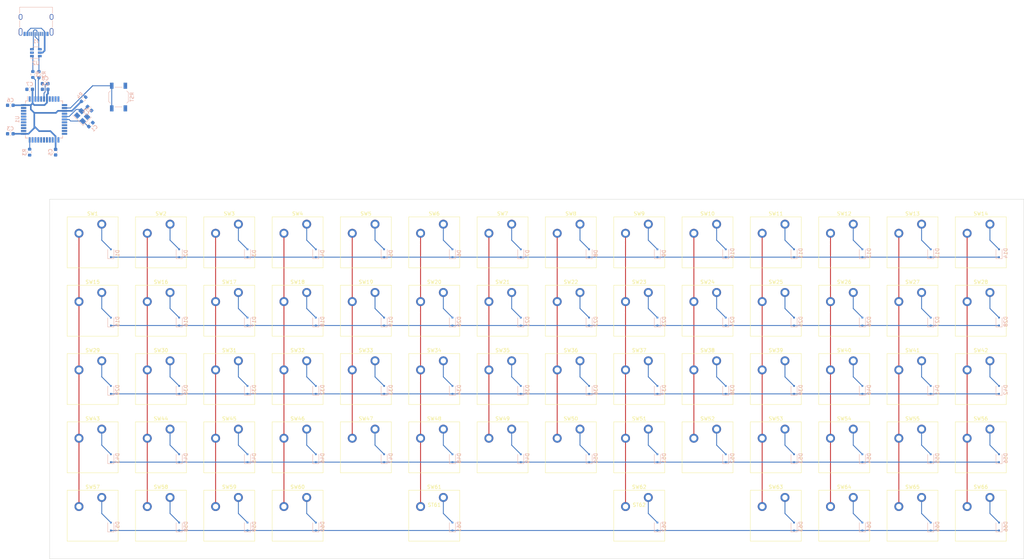
<source format=kicad_pcb>
(kicad_pcb (version 20171130) (host pcbnew 5.1.9-73d0e3b20d~88~ubuntu20.04.1)
  (layers (0 F.Cu signal) (31 B.Cu signal) (34 B.Paste user) (35 F.Paste user) (36 B.SilkS user) (37 F.SilkS user) (38 B.Mask user) (39 F.Mask user) (44 Edge.Cuts user))
  (net 0 "")
  (net 1 COL0)
  (net 2 COL1)
  (net 3 COL10)
  (net 4 COL11)
  (net 5 COL12)
  (net 6 COL13)
  (net 7 COL2)
  (net 8 COL3)
  (net 9 COL4)
  (net 10 COL5)
  (net 11 COL6)
  (net 12 COL7)
  (net 13 COL8)
  (net 14 COL9)
  (net 15 GND)
  (net 16 N$1)
  (net 17 N$10)
  (net 18 N$11)
  (net 19 N$12)
  (net 20 N$13)
  (net 21 N$14)
  (net 22 N$15)
  (net 23 N$16)
  (net 24 N$17)
  (net 25 N$18)
  (net 26 N$19)
  (net 27 N$2)
  (net 28 N$20)
  (net 29 N$21)
  (net 30 N$22)
  (net 31 N$23)
  (net 32 N$24)
  (net 33 N$25)
  (net 34 N$26)
  (net 35 N$27)
  (net 36 N$28)
  (net 37 N$29)
  (net 38 N$3)
  (net 39 N$30)
  (net 40 N$31)
  (net 41 N$32)
  (net 42 N$33)
  (net 43 N$34)
  (net 44 N$35)
  (net 45 N$36)
  (net 46 N$37)
  (net 47 N$38)
  (net 48 N$39)
  (net 49 N$4)
  (net 50 N$40)
  (net 51 N$41)
  (net 52 N$42)
  (net 53 N$43)
  (net 54 N$44)
  (net 55 N$45)
  (net 56 N$46)
  (net 57 N$47)
  (net 58 N$48)
  (net 59 N$49)
  (net 60 N$5)
  (net 61 N$50)
  (net 62 N$51)
  (net 63 N$52)
  (net 64 N$53)
  (net 65 N$54)
  (net 66 N$55)
  (net 67 N$56)
  (net 68 N$57)
  (net 69 N$58)
  (net 70 N$59)
  (net 71 N$6)
  (net 72 N$60)
  (net 73 N$61)
  (net 74 N$62)
  (net 75 N$63)
  (net 76 N$64)
  (net 77 N$65)
  (net 78 N$66)
  (net 79 N$7)
  (net 80 N$8)
  (net 81 N$9)
  (net 82 ROW0)
  (net 83 ROW1)
  (net 84 ROW2)
  (net 85 ROW3)
  (net 86 ROW4)
  (net 87 VCC)
  (net 88 mcu/D+)
  (net 89 mcu/D-)
  (net 90 mcu/UCAP)
  (net 91 mcu/XTAL1)
  (net 92 mcu/XTAL2)
  (net 93 mcu/~HWB~/PE2)
  (net 94 mcu/~RESET)
  (net 95 u2/D+)
  (net 96 u2/D-)
  (net 97 usb/D+)
  (net 98 usb/D-)
  (module Crystal_SMD_3225-4Pin_3.2x2.5mm (layer B.Cu) (at 31.6 -0.68 135)
    (fp_text reference Y1 (at 0 2.45 135) (layer B.SilkS) (effects (justify mirror)))
    (fp_text value Crystal_GND24)
    (pad 4 smd rect (at -1.1 0.85 135) (size 1.4 1.2) (layers B.Cu B.Paste B.Mask) (net 15 GND))
    (pad 3 smd rect (at 1.1 0.85 135) (size 1.4 1.2) (layers B.Cu B.Paste B.Mask) (net 92 mcu/XTAL2))
    (pad 2 smd rect (at 1.1 -0.85 135) (size 1.4 1.2) (layers B.Cu B.Paste B.Mask) (net 15 GND))
    (pad 1 smd rect (at -1.1 -0.85 135) (size 1.4 1.2) (layers B.Cu B.Paste B.Mask) (net 91 mcu/XTAL1))
  )
  (module SOT-23-6 (layer B.Cu) (at 18.7 -18.375)
    (fp_text reference U2 (at 0 2.9) (layer B.SilkS) (effects (justify mirror)))
    (fp_text value TPD2S017)
    (pad 5 smd rect (at 1.1 0) (size 1.06 0.65) (layers B.Cu B.Paste B.Mask) (net 87 VCC))
    (pad 6 smd rect (at 1.1 0.95) (size 1.06 0.65) (layers B.Cu B.Paste B.Mask) (net 95 u2/D+))
    (pad 4 smd rect (at 1.1 -0.95) (size 1.06 0.65) (layers B.Cu B.Paste B.Mask) (net 97 usb/D+))
    (pad 3 smd rect (at -1.1 -0.95) (size 1.06 0.65) (layers B.Cu B.Paste B.Mask) (net 98 usb/D-))
    (pad 2 smd rect (at -1.1 0) (size 1.06 0.65) (layers B.Cu B.Paste B.Mask) (net 15 GND))
    (pad 1 smd rect (at -1.1 0.95) (size 1.06 0.65) (layers B.Cu B.Paste B.Mask) (net 96 u2/D-))
  )
  (module TQFP-44_10x10mm_P0.8mm (layer B.Cu) (at 20.98 0.25 270)
    (fp_text reference U1 (at 0 7.45 270) (layer B.SilkS) (effects (justify mirror)))
    (fp_text value ATmega16U4-AU)
    (pad 44 smd rect (at -4 5.7 180) (size 1.5 0.55) (layers B.Cu B.Paste B.Mask) (net 87 VCC))
    (pad 43 smd rect (at -3.2 5.7 180) (size 1.5 0.55) (layers B.Cu B.Paste B.Mask) (net 15 GND))
    (pad 42 smd rect (at -2.4 5.7 180) (size 1.5 0.55) (layers B.Cu B.Paste B.Mask))
    (pad 41 smd rect (at -1.6 5.7 180) (size 1.5 0.55) (layers B.Cu B.Paste B.Mask) (net 6 COL13))
    (pad 40 smd rect (at -0.8 5.7 180) (size 1.5 0.55) (layers B.Cu B.Paste B.Mask))
    (pad 39 smd rect (at 0 5.7 180) (size 1.5 0.55) (layers B.Cu B.Paste B.Mask))
    (pad 38 smd rect (at 0.8 5.7 180) (size 1.5 0.55) (layers B.Cu B.Paste B.Mask))
    (pad 37 smd rect (at 1.6 5.7 180) (size 1.5 0.55) (layers B.Cu B.Paste B.Mask))
    (pad 36 smd rect (at 2.4 5.7 180) (size 1.5 0.55) (layers B.Cu B.Paste B.Mask))
    (pad 35 smd rect (at 3.2 5.7 180) (size 1.5 0.55) (layers B.Cu B.Paste B.Mask) (net 15 GND))
    (pad 34 smd rect (at 4 5.7 180) (size 1.5 0.55) (layers B.Cu B.Paste B.Mask) (net 87 VCC))
    (pad 33 smd rect (at 5.7 4 270) (size 1.5 0.55) (layers B.Cu B.Paste B.Mask) (net 93 mcu/~HWB~/PE2))
    (pad 32 smd rect (at 5.7 3.2 270) (size 1.5 0.55) (layers B.Cu B.Paste B.Mask) (net 9 COL4))
    (pad 31 smd rect (at 5.7 2.4 270) (size 1.5 0.55) (layers B.Cu B.Paste B.Mask) (net 8 COL3))
    (pad 30 smd rect (at 5.7 1.6 270) (size 1.5 0.55) (layers B.Cu B.Paste B.Mask) (net 2 COL1))
    (pad 29 smd rect (at 5.7 0.8 270) (size 1.5 0.55) (layers B.Cu B.Paste B.Mask) (net 1 COL0))
    (pad 28 smd rect (at 5.7 0 270) (size 1.5 0.55) (layers B.Cu B.Paste B.Mask) (net 86 ROW4))
    (pad 27 smd rect (at 5.7 -0.8 270) (size 1.5 0.55) (layers B.Cu B.Paste B.Mask) (net 5 COL12))
    (pad 26 smd rect (at 5.7 -1.6 270) (size 1.5 0.55) (layers B.Cu B.Paste B.Mask) (net 4 COL11))
    (pad 25 smd rect (at 5.7 -2.4 270) (size 1.5 0.55) (layers B.Cu B.Paste B.Mask) (net 14 COL9))
    (pad 24 smd rect (at 5.7 -3.2 270) (size 1.5 0.55) (layers B.Cu B.Paste B.Mask) (net 87 VCC))
    (pad 23 smd rect (at 5.7 -4 270) (size 1.5 0.55) (layers B.Cu B.Paste B.Mask) (net 15 GND))
    (pad 22 smd rect (at 4 -5.7 180) (size 1.5 0.55) (layers B.Cu B.Paste B.Mask) (net 3 COL10))
    (pad 21 smd rect (at 3.2 -5.7 180) (size 1.5 0.55) (layers B.Cu B.Paste B.Mask) (net 13 COL8))
    (pad 20 smd rect (at 2.4 -5.7 180) (size 1.5 0.55) (layers B.Cu B.Paste B.Mask) (net 12 COL7))
    (pad 19 smd rect (at 1.6 -5.7 180) (size 1.5 0.55) (layers B.Cu B.Paste B.Mask) (net 11 COL6))
    (pad 18 smd rect (at 0.8 -5.7 180) (size 1.5 0.55) (layers B.Cu B.Paste B.Mask) (net 10 COL5))
    (pad 17 smd rect (at 0 -5.7 180) (size 1.5 0.55) (layers B.Cu B.Paste B.Mask) (net 91 mcu/XTAL1))
    (pad 16 smd rect (at -0.8 -5.7 180) (size 1.5 0.55) (layers B.Cu B.Paste B.Mask) (net 92 mcu/XTAL2))
    (pad 15 smd rect (at -1.6 -5.7 180) (size 1.5 0.55) (layers B.Cu B.Paste B.Mask) (net 15 GND))
    (pad 14 smd rect (at -2.4 -5.7 180) (size 1.5 0.55) (layers B.Cu B.Paste B.Mask) (net 87 VCC))
    (pad 13 smd rect (at -3.2 -5.7 180) (size 1.5 0.55) (layers B.Cu B.Paste B.Mask) (net 94 mcu/~RESET))
    (pad 12 smd rect (at -4 -5.7 180) (size 1.5 0.55) (layers B.Cu B.Paste B.Mask) (net 7 COL2))
    (pad 11 smd rect (at -5.7 -4 270) (size 1.5 0.55) (layers B.Cu B.Paste B.Mask) (net 85 ROW3))
    (pad 10 smd rect (at -5.7 -3.2 270) (size 1.5 0.55) (layers B.Cu B.Paste B.Mask) (net 84 ROW2))
    (pad 9 smd rect (at -5.7 -2.4 270) (size 1.5 0.55) (layers B.Cu B.Paste B.Mask) (net 83 ROW1))
    (pad 8 smd rect (at -5.7 -1.6 270) (size 1.5 0.55) (layers B.Cu B.Paste B.Mask) (net 82 ROW0))
    (pad 7 smd rect (at -5.7 -0.8 270) (size 1.5 0.55) (layers B.Cu B.Paste B.Mask))
    (pad 6 smd rect (at -5.7 0 270) (size 1.5 0.55) (layers B.Cu B.Paste B.Mask) (net 90 mcu/UCAP))
    (pad 5 smd rect (at -5.7 0.8 270) (size 1.5 0.55) (layers B.Cu B.Paste B.Mask) (net 15 GND))
    (pad 4 smd rect (at -5.7 1.6 270) (size 1.5 0.55) (layers B.Cu B.Paste B.Mask) (net 88 mcu/D+))
    (pad 3 smd rect (at -5.7 2.4 270) (size 1.5 0.55) (layers B.Cu B.Paste B.Mask) (net 89 mcu/D-))
    (pad 2 smd rect (at -5.7 3.2 270) (size 1.5 0.55) (layers B.Cu B.Paste B.Mask) (net 87 VCC))
    (pad 1 smd rect (at -5.7 4 270) (size 1.5 0.55) (layers B.Cu B.Paste B.Mask))
  )
  (module SW_Cherry_MX_PCB_1.00u (layer F.Cu) (at 186.925 34.525)
    (fp_text reference SW9 (at 0 -8) (layer F.SilkS))
    (fp_text value SW_Push)
    (pad "" np_thru_hole circle (at 5.08 0) (size 1.75 1.75) (drill 1.75) (layers *.Cu *.Mask))
    (pad "" np_thru_hole circle (at -5.08 0) (size 1.75 1.75) (drill 1.75) (layers *.Cu *.Mask))
    (pad "" np_thru_hole circle (at 0 0) (size 4 4) (drill 4) (layers *.Cu *.Mask))
    (pad 2 thru_hole circle (at 2.54 -5.08) (size 2.5 2.5) (drill 1.5) (layers *.Cu B.Mask) (net 81 N$9))
    (pad 1 thru_hole circle (at -3.81 -2.54) (size 2.5 2.5) (drill 1.5) (layers *.Cu B.Mask) (net 13 COL8))
  )
  (module SW_Cherry_MX_PCB_1.00u (layer F.Cu) (at 167.875 34.525)
    (fp_text reference SW8 (at 0 -8) (layer F.SilkS))
    (fp_text value SW_Push)
    (pad "" np_thru_hole circle (at 5.08 0) (size 1.75 1.75) (drill 1.75) (layers *.Cu *.Mask))
    (pad "" np_thru_hole circle (at -5.08 0) (size 1.75 1.75) (drill 1.75) (layers *.Cu *.Mask))
    (pad "" np_thru_hole circle (at 0 0) (size 4 4) (drill 4) (layers *.Cu *.Mask))
    (pad 2 thru_hole circle (at 2.54 -5.08) (size 2.5 2.5) (drill 1.5) (layers *.Cu B.Mask) (net 80 N$8))
    (pad 1 thru_hole circle (at -3.81 -2.54) (size 2.5 2.5) (drill 1.5) (layers *.Cu B.Mask) (net 12 COL7))
  )
  (module SW_Cherry_MX_PCB_1.00u (layer F.Cu) (at 148.825 34.525)
    (fp_text reference SW7 (at 0 -8) (layer F.SilkS))
    (fp_text value SW_Push)
    (pad "" np_thru_hole circle (at 5.08 0) (size 1.75 1.75) (drill 1.75) (layers *.Cu *.Mask))
    (pad "" np_thru_hole circle (at -5.08 0) (size 1.75 1.75) (drill 1.75) (layers *.Cu *.Mask))
    (pad "" np_thru_hole circle (at 0 0) (size 4 4) (drill 4) (layers *.Cu *.Mask))
    (pad 2 thru_hole circle (at 2.54 -5.08) (size 2.5 2.5) (drill 1.5) (layers *.Cu B.Mask) (net 79 N$7))
    (pad 1 thru_hole circle (at -3.81 -2.54) (size 2.5 2.5) (drill 1.5) (layers *.Cu B.Mask) (net 11 COL6))
  )
  (module SW_Cherry_MX_PCB_1.00u (layer F.Cu) (at 282.175 110.725)
    (fp_text reference SW66 (at 0 -8) (layer F.SilkS))
    (fp_text value SW_Push)
    (pad "" np_thru_hole circle (at 5.08 0) (size 1.75 1.75) (drill 1.75) (layers *.Cu *.Mask))
    (pad "" np_thru_hole circle (at -5.08 0) (size 1.75 1.75) (drill 1.75) (layers *.Cu *.Mask))
    (pad "" np_thru_hole circle (at 0 0) (size 4 4) (drill 4) (layers *.Cu *.Mask))
    (pad 2 thru_hole circle (at 2.54 -5.08) (size 2.5 2.5) (drill 1.5) (layers *.Cu B.Mask) (net 78 N$66))
    (pad 1 thru_hole circle (at -3.81 -2.54) (size 2.5 2.5) (drill 1.5) (layers *.Cu B.Mask) (net 6 COL13))
  )
  (module SW_Cherry_MX_PCB_1.00u (layer F.Cu) (at 263.125 110.725)
    (fp_text reference SW65 (at 0 -8) (layer F.SilkS))
    (fp_text value SW_Push)
    (pad "" np_thru_hole circle (at 5.08 0) (size 1.75 1.75) (drill 1.75) (layers *.Cu *.Mask))
    (pad "" np_thru_hole circle (at -5.08 0) (size 1.75 1.75) (drill 1.75) (layers *.Cu *.Mask))
    (pad "" np_thru_hole circle (at 0 0) (size 4 4) (drill 4) (layers *.Cu *.Mask))
    (pad 2 thru_hole circle (at 2.54 -5.08) (size 2.5 2.5) (drill 1.5) (layers *.Cu B.Mask) (net 77 N$65))
    (pad 1 thru_hole circle (at -3.81 -2.54) (size 2.5 2.5) (drill 1.5) (layers *.Cu B.Mask) (net 5 COL12))
  )
  (module SW_Cherry_MX_PCB_1.00u (layer F.Cu) (at 244.075 110.725)
    (fp_text reference SW64 (at 0 -8) (layer F.SilkS))
    (fp_text value SW_Push)
    (pad "" np_thru_hole circle (at 5.08 0) (size 1.75 1.75) (drill 1.75) (layers *.Cu *.Mask))
    (pad "" np_thru_hole circle (at -5.08 0) (size 1.75 1.75) (drill 1.75) (layers *.Cu *.Mask))
    (pad "" np_thru_hole circle (at 0 0) (size 4 4) (drill 4) (layers *.Cu *.Mask))
    (pad 2 thru_hole circle (at 2.54 -5.08) (size 2.5 2.5) (drill 1.5) (layers *.Cu B.Mask) (net 76 N$64))
    (pad 1 thru_hole circle (at -3.81 -2.54) (size 2.5 2.5) (drill 1.5) (layers *.Cu B.Mask) (net 4 COL11))
  )
  (module SW_Cherry_MX_PCB_1.00u (layer F.Cu) (at 225.025 110.725)
    (fp_text reference SW63 (at 0 -8) (layer F.SilkS))
    (fp_text value SW_Push)
    (pad "" np_thru_hole circle (at 5.08 0) (size 1.75 1.75) (drill 1.75) (layers *.Cu *.Mask))
    (pad "" np_thru_hole circle (at -5.08 0) (size 1.75 1.75) (drill 1.75) (layers *.Cu *.Mask))
    (pad "" np_thru_hole circle (at 0 0) (size 4 4) (drill 4) (layers *.Cu *.Mask))
    (pad 2 thru_hole circle (at 2.54 -5.08) (size 2.5 2.5) (drill 1.5) (layers *.Cu B.Mask) (net 75 N$63))
    (pad 1 thru_hole circle (at -3.81 -2.54) (size 2.5 2.5) (drill 1.5) (layers *.Cu B.Mask) (net 3 COL10))
  )
  (module SW_Cherry_MX_PCB_3.00u (layer F.Cu) (at 186.925 110.725)
    (fp_text reference SW62 (at 0 -8) (layer F.SilkS))
    (fp_text value SW_Push)
    (pad "" np_thru_hole circle (at 5.08 0) (size 1.75 1.75) (drill 1.75) (layers *.Cu *.Mask))
    (pad "" np_thru_hole circle (at -5.08 0) (size 1.75 1.75) (drill 1.75) (layers *.Cu *.Mask))
    (pad "" np_thru_hole circle (at 0 0) (size 4 4) (drill 4) (layers *.Cu *.Mask))
    (pad 2 thru_hole circle (at 2.54 -5.08) (size 2.5 2.5) (drill 1.5) (layers *.Cu B.Mask) (net 74 N$62))
    (pad 1 thru_hole circle (at -3.81 -2.54) (size 2.5 2.5) (drill 1.5) (layers *.Cu B.Mask) (net 13 COL8))
  )
  (module SW_Cherry_MX_PCB_3.00u (layer F.Cu) (at 129.775 110.725)
    (fp_text reference SW61 (at 0 -8) (layer F.SilkS))
    (fp_text value SW_Push)
    (pad "" np_thru_hole circle (at 5.08 0) (size 1.75 1.75) (drill 1.75) (layers *.Cu *.Mask))
    (pad "" np_thru_hole circle (at -5.08 0) (size 1.75 1.75) (drill 1.75) (layers *.Cu *.Mask))
    (pad "" np_thru_hole circle (at 0 0) (size 4 4) (drill 4) (layers *.Cu *.Mask))
    (pad 2 thru_hole circle (at 2.54 -5.08) (size 2.5 2.5) (drill 1.5) (layers *.Cu B.Mask) (net 73 N$61))
    (pad 1 thru_hole circle (at -3.81 -2.54) (size 2.5 2.5) (drill 1.5) (layers *.Cu B.Mask) (net 10 COL5))
  )
  (module SW_Cherry_MX_PCB_1.00u (layer F.Cu) (at 91.675 110.725)
    (fp_text reference SW60 (at 0 -8) (layer F.SilkS))
    (fp_text value SW_Push)
    (pad "" np_thru_hole circle (at 5.08 0) (size 1.75 1.75) (drill 1.75) (layers *.Cu *.Mask))
    (pad "" np_thru_hole circle (at -5.08 0) (size 1.75 1.75) (drill 1.75) (layers *.Cu *.Mask))
    (pad "" np_thru_hole circle (at 0 0) (size 4 4) (drill 4) (layers *.Cu *.Mask))
    (pad 2 thru_hole circle (at 2.54 -5.08) (size 2.5 2.5) (drill 1.5) (layers *.Cu B.Mask) (net 72 N$60))
    (pad 1 thru_hole circle (at -3.81 -2.54) (size 2.5 2.5) (drill 1.5) (layers *.Cu B.Mask) (net 8 COL3))
  )
  (module SW_Cherry_MX_PCB_1.00u (layer F.Cu) (at 129.775 34.525)
    (fp_text reference SW6 (at 0 -8) (layer F.SilkS))
    (fp_text value SW_Push)
    (pad "" np_thru_hole circle (at 5.08 0) (size 1.75 1.75) (drill 1.75) (layers *.Cu *.Mask))
    (pad "" np_thru_hole circle (at -5.08 0) (size 1.75 1.75) (drill 1.75) (layers *.Cu *.Mask))
    (pad "" np_thru_hole circle (at 0 0) (size 4 4) (drill 4) (layers *.Cu *.Mask))
    (pad 2 thru_hole circle (at 2.54 -5.08) (size 2.5 2.5) (drill 1.5) (layers *.Cu B.Mask) (net 71 N$6))
    (pad 1 thru_hole circle (at -3.81 -2.54) (size 2.5 2.5) (drill 1.5) (layers *.Cu B.Mask) (net 10 COL5))
  )
  (module SW_Cherry_MX_PCB_1.00u (layer F.Cu) (at 72.625 110.725)
    (fp_text reference SW59 (at 0 -8) (layer F.SilkS))
    (fp_text value SW_Push)
    (pad "" np_thru_hole circle (at 5.08 0) (size 1.75 1.75) (drill 1.75) (layers *.Cu *.Mask))
    (pad "" np_thru_hole circle (at -5.08 0) (size 1.75 1.75) (drill 1.75) (layers *.Cu *.Mask))
    (pad "" np_thru_hole circle (at 0 0) (size 4 4) (drill 4) (layers *.Cu *.Mask))
    (pad 2 thru_hole circle (at 2.54 -5.08) (size 2.5 2.5) (drill 1.5) (layers *.Cu B.Mask) (net 70 N$59))
    (pad 1 thru_hole circle (at -3.81 -2.54) (size 2.5 2.5) (drill 1.5) (layers *.Cu B.Mask) (net 7 COL2))
  )
  (module SW_Cherry_MX_PCB_1.00u (layer F.Cu) (at 53.575 110.725)
    (fp_text reference SW58 (at 0 -8) (layer F.SilkS))
    (fp_text value SW_Push)
    (pad "" np_thru_hole circle (at 5.08 0) (size 1.75 1.75) (drill 1.75) (layers *.Cu *.Mask))
    (pad "" np_thru_hole circle (at -5.08 0) (size 1.75 1.75) (drill 1.75) (layers *.Cu *.Mask))
    (pad "" np_thru_hole circle (at 0 0) (size 4 4) (drill 4) (layers *.Cu *.Mask))
    (pad 2 thru_hole circle (at 2.54 -5.08) (size 2.5 2.5) (drill 1.5) (layers *.Cu B.Mask) (net 69 N$58))
    (pad 1 thru_hole circle (at -3.81 -2.54) (size 2.5 2.5) (drill 1.5) (layers *.Cu B.Mask) (net 2 COL1))
  )
  (module SW_Cherry_MX_PCB_1.00u (layer F.Cu) (at 34.525 110.725)
    (fp_text reference SW57 (at 0 -8) (layer F.SilkS))
    (fp_text value SW_Push)
    (pad "" np_thru_hole circle (at 5.08 0) (size 1.75 1.75) (drill 1.75) (layers *.Cu *.Mask))
    (pad "" np_thru_hole circle (at -5.08 0) (size 1.75 1.75) (drill 1.75) (layers *.Cu *.Mask))
    (pad "" np_thru_hole circle (at 0 0) (size 4 4) (drill 4) (layers *.Cu *.Mask))
    (pad 2 thru_hole circle (at 2.54 -5.08) (size 2.5 2.5) (drill 1.5) (layers *.Cu B.Mask) (net 68 N$57))
    (pad 1 thru_hole circle (at -3.81 -2.54) (size 2.5 2.5) (drill 1.5) (layers *.Cu B.Mask) (net 1 COL0))
  )
  (module SW_Cherry_MX_PCB_1.00u (layer F.Cu) (at 282.175 91.675)
    (fp_text reference SW56 (at 0 -8) (layer F.SilkS))
    (fp_text value SW_Push)
    (pad "" np_thru_hole circle (at 5.08 0) (size 1.75 1.75) (drill 1.75) (layers *.Cu *.Mask))
    (pad "" np_thru_hole circle (at -5.08 0) (size 1.75 1.75) (drill 1.75) (layers *.Cu *.Mask))
    (pad "" np_thru_hole circle (at 0 0) (size 4 4) (drill 4) (layers *.Cu *.Mask))
    (pad 2 thru_hole circle (at 2.54 -5.08) (size 2.5 2.5) (drill 1.5) (layers *.Cu B.Mask) (net 67 N$56))
    (pad 1 thru_hole circle (at -3.81 -2.54) (size 2.5 2.5) (drill 1.5) (layers *.Cu B.Mask) (net 6 COL13))
  )
  (module SW_Cherry_MX_PCB_1.00u (layer F.Cu) (at 263.125 91.675)
    (fp_text reference SW55 (at 0 -8) (layer F.SilkS))
    (fp_text value SW_Push)
    (pad "" np_thru_hole circle (at 5.08 0) (size 1.75 1.75) (drill 1.75) (layers *.Cu *.Mask))
    (pad "" np_thru_hole circle (at -5.08 0) (size 1.75 1.75) (drill 1.75) (layers *.Cu *.Mask))
    (pad "" np_thru_hole circle (at 0 0) (size 4 4) (drill 4) (layers *.Cu *.Mask))
    (pad 2 thru_hole circle (at 2.54 -5.08) (size 2.5 2.5) (drill 1.5) (layers *.Cu B.Mask) (net 66 N$55))
    (pad 1 thru_hole circle (at -3.81 -2.54) (size 2.5 2.5) (drill 1.5) (layers *.Cu B.Mask) (net 5 COL12))
  )
  (module SW_Cherry_MX_PCB_1.00u (layer F.Cu) (at 244.075 91.675)
    (fp_text reference SW54 (at 0 -8) (layer F.SilkS))
    (fp_text value SW_Push)
    (pad "" np_thru_hole circle (at 5.08 0) (size 1.75 1.75) (drill 1.75) (layers *.Cu *.Mask))
    (pad "" np_thru_hole circle (at -5.08 0) (size 1.75 1.75) (drill 1.75) (layers *.Cu *.Mask))
    (pad "" np_thru_hole circle (at 0 0) (size 4 4) (drill 4) (layers *.Cu *.Mask))
    (pad 2 thru_hole circle (at 2.54 -5.08) (size 2.5 2.5) (drill 1.5) (layers *.Cu B.Mask) (net 65 N$54))
    (pad 1 thru_hole circle (at -3.81 -2.54) (size 2.5 2.5) (drill 1.5) (layers *.Cu B.Mask) (net 4 COL11))
  )
  (module SW_Cherry_MX_PCB_1.00u (layer F.Cu) (at 225.025 91.675)
    (fp_text reference SW53 (at 0 -8) (layer F.SilkS))
    (fp_text value SW_Push)
    (pad "" np_thru_hole circle (at 5.08 0) (size 1.75 1.75) (drill 1.75) (layers *.Cu *.Mask))
    (pad "" np_thru_hole circle (at -5.08 0) (size 1.75 1.75) (drill 1.75) (layers *.Cu *.Mask))
    (pad "" np_thru_hole circle (at 0 0) (size 4 4) (drill 4) (layers *.Cu *.Mask))
    (pad 2 thru_hole circle (at 2.54 -5.08) (size 2.5 2.5) (drill 1.5) (layers *.Cu B.Mask) (net 64 N$53))
    (pad 1 thru_hole circle (at -3.81 -2.54) (size 2.5 2.5) (drill 1.5) (layers *.Cu B.Mask) (net 3 COL10))
  )
  (module SW_Cherry_MX_PCB_1.00u (layer F.Cu) (at 205.975 91.675)
    (fp_text reference SW52 (at 0 -8) (layer F.SilkS))
    (fp_text value SW_Push)
    (pad "" np_thru_hole circle (at 5.08 0) (size 1.75 1.75) (drill 1.75) (layers *.Cu *.Mask))
    (pad "" np_thru_hole circle (at -5.08 0) (size 1.75 1.75) (drill 1.75) (layers *.Cu *.Mask))
    (pad "" np_thru_hole circle (at 0 0) (size 4 4) (drill 4) (layers *.Cu *.Mask))
    (pad 2 thru_hole circle (at 2.54 -5.08) (size 2.5 2.5) (drill 1.5) (layers *.Cu B.Mask) (net 63 N$52))
    (pad 1 thru_hole circle (at -3.81 -2.54) (size 2.5 2.5) (drill 1.5) (layers *.Cu B.Mask) (net 14 COL9))
  )
  (module SW_Cherry_MX_PCB_1.00u (layer F.Cu) (at 186.925 91.675)
    (fp_text reference SW51 (at 0 -8) (layer F.SilkS))
    (fp_text value SW_Push)
    (pad "" np_thru_hole circle (at 5.08 0) (size 1.75 1.75) (drill 1.75) (layers *.Cu *.Mask))
    (pad "" np_thru_hole circle (at -5.08 0) (size 1.75 1.75) (drill 1.75) (layers *.Cu *.Mask))
    (pad "" np_thru_hole circle (at 0 0) (size 4 4) (drill 4) (layers *.Cu *.Mask))
    (pad 2 thru_hole circle (at 2.54 -5.08) (size 2.5 2.5) (drill 1.5) (layers *.Cu B.Mask) (net 62 N$51))
    (pad 1 thru_hole circle (at -3.81 -2.54) (size 2.5 2.5) (drill 1.5) (layers *.Cu B.Mask) (net 13 COL8))
  )
  (module SW_Cherry_MX_PCB_1.00u (layer F.Cu) (at 167.875 91.675)
    (fp_text reference SW50 (at 0 -8) (layer F.SilkS))
    (fp_text value SW_Push)
    (pad "" np_thru_hole circle (at 5.08 0) (size 1.75 1.75) (drill 1.75) (layers *.Cu *.Mask))
    (pad "" np_thru_hole circle (at -5.08 0) (size 1.75 1.75) (drill 1.75) (layers *.Cu *.Mask))
    (pad "" np_thru_hole circle (at 0 0) (size 4 4) (drill 4) (layers *.Cu *.Mask))
    (pad 2 thru_hole circle (at 2.54 -5.08) (size 2.5 2.5) (drill 1.5) (layers *.Cu B.Mask) (net 61 N$50))
    (pad 1 thru_hole circle (at -3.81 -2.54) (size 2.5 2.5) (drill 1.5) (layers *.Cu B.Mask) (net 12 COL7))
  )
  (module SW_Cherry_MX_PCB_1.00u (layer F.Cu) (at 110.725 34.525)
    (fp_text reference SW5 (at 0 -8) (layer F.SilkS))
    (fp_text value SW_Push)
    (pad "" np_thru_hole circle (at 5.08 0) (size 1.75 1.75) (drill 1.75) (layers *.Cu *.Mask))
    (pad "" np_thru_hole circle (at -5.08 0) (size 1.75 1.75) (drill 1.75) (layers *.Cu *.Mask))
    (pad "" np_thru_hole circle (at 0 0) (size 4 4) (drill 4) (layers *.Cu *.Mask))
    (pad 2 thru_hole circle (at 2.54 -5.08) (size 2.5 2.5) (drill 1.5) (layers *.Cu B.Mask) (net 60 N$5))
    (pad 1 thru_hole circle (at -3.81 -2.54) (size 2.5 2.5) (drill 1.5) (layers *.Cu B.Mask) (net 9 COL4))
  )
  (module SW_Cherry_MX_PCB_1.00u (layer F.Cu) (at 148.825 91.675)
    (fp_text reference SW49 (at 0 -8) (layer F.SilkS))
    (fp_text value SW_Push)
    (pad "" np_thru_hole circle (at 5.08 0) (size 1.75 1.75) (drill 1.75) (layers *.Cu *.Mask))
    (pad "" np_thru_hole circle (at -5.08 0) (size 1.75 1.75) (drill 1.75) (layers *.Cu *.Mask))
    (pad "" np_thru_hole circle (at 0 0) (size 4 4) (drill 4) (layers *.Cu *.Mask))
    (pad 2 thru_hole circle (at 2.54 -5.08) (size 2.5 2.5) (drill 1.5) (layers *.Cu B.Mask) (net 59 N$49))
    (pad 1 thru_hole circle (at -3.81 -2.54) (size 2.5 2.5) (drill 1.5) (layers *.Cu B.Mask) (net 11 COL6))
  )
  (module SW_Cherry_MX_PCB_1.00u (layer F.Cu) (at 129.775 91.675)
    (fp_text reference SW48 (at 0 -8) (layer F.SilkS))
    (fp_text value SW_Push)
    (pad "" np_thru_hole circle (at 5.08 0) (size 1.75 1.75) (drill 1.75) (layers *.Cu *.Mask))
    (pad "" np_thru_hole circle (at -5.08 0) (size 1.75 1.75) (drill 1.75) (layers *.Cu *.Mask))
    (pad "" np_thru_hole circle (at 0 0) (size 4 4) (drill 4) (layers *.Cu *.Mask))
    (pad 2 thru_hole circle (at 2.54 -5.08) (size 2.5 2.5) (drill 1.5) (layers *.Cu B.Mask) (net 58 N$48))
    (pad 1 thru_hole circle (at -3.81 -2.54) (size 2.5 2.5) (drill 1.5) (layers *.Cu B.Mask) (net 10 COL5))
  )
  (module SW_Cherry_MX_PCB_1.00u (layer F.Cu) (at 110.725 91.675)
    (fp_text reference SW47 (at 0 -8) (layer F.SilkS))
    (fp_text value SW_Push)
    (pad "" np_thru_hole circle (at 5.08 0) (size 1.75 1.75) (drill 1.75) (layers *.Cu *.Mask))
    (pad "" np_thru_hole circle (at -5.08 0) (size 1.75 1.75) (drill 1.75) (layers *.Cu *.Mask))
    (pad "" np_thru_hole circle (at 0 0) (size 4 4) (drill 4) (layers *.Cu *.Mask))
    (pad 2 thru_hole circle (at 2.54 -5.08) (size 2.5 2.5) (drill 1.5) (layers *.Cu B.Mask) (net 57 N$47))
    (pad 1 thru_hole circle (at -3.81 -2.54) (size 2.5 2.5) (drill 1.5) (layers *.Cu B.Mask) (net 9 COL4))
  )
  (module SW_Cherry_MX_PCB_1.00u (layer F.Cu) (at 91.675 91.675)
    (fp_text reference SW46 (at 0 -8) (layer F.SilkS))
    (fp_text value SW_Push)
    (pad "" np_thru_hole circle (at 5.08 0) (size 1.75 1.75) (drill 1.75) (layers *.Cu *.Mask))
    (pad "" np_thru_hole circle (at -5.08 0) (size 1.75 1.75) (drill 1.75) (layers *.Cu *.Mask))
    (pad "" np_thru_hole circle (at 0 0) (size 4 4) (drill 4) (layers *.Cu *.Mask))
    (pad 2 thru_hole circle (at 2.54 -5.08) (size 2.5 2.5) (drill 1.5) (layers *.Cu B.Mask) (net 56 N$46))
    (pad 1 thru_hole circle (at -3.81 -2.54) (size 2.5 2.5) (drill 1.5) (layers *.Cu B.Mask) (net 8 COL3))
  )
  (module SW_Cherry_MX_PCB_1.00u (layer F.Cu) (at 72.625 91.675)
    (fp_text reference SW45 (at 0 -8) (layer F.SilkS))
    (fp_text value SW_Push)
    (pad "" np_thru_hole circle (at 5.08 0) (size 1.75 1.75) (drill 1.75) (layers *.Cu *.Mask))
    (pad "" np_thru_hole circle (at -5.08 0) (size 1.75 1.75) (drill 1.75) (layers *.Cu *.Mask))
    (pad "" np_thru_hole circle (at 0 0) (size 4 4) (drill 4) (layers *.Cu *.Mask))
    (pad 2 thru_hole circle (at 2.54 -5.08) (size 2.5 2.5) (drill 1.5) (layers *.Cu B.Mask) (net 55 N$45))
    (pad 1 thru_hole circle (at -3.81 -2.54) (size 2.5 2.5) (drill 1.5) (layers *.Cu B.Mask) (net 7 COL2))
  )
  (module SW_Cherry_MX_PCB_1.00u (layer F.Cu) (at 53.575 91.675)
    (fp_text reference SW44 (at 0 -8) (layer F.SilkS))
    (fp_text value SW_Push)
    (pad "" np_thru_hole circle (at 5.08 0) (size 1.75 1.75) (drill 1.75) (layers *.Cu *.Mask))
    (pad "" np_thru_hole circle (at -5.08 0) (size 1.75 1.75) (drill 1.75) (layers *.Cu *.Mask))
    (pad "" np_thru_hole circle (at 0 0) (size 4 4) (drill 4) (layers *.Cu *.Mask))
    (pad 2 thru_hole circle (at 2.54 -5.08) (size 2.5 2.5) (drill 1.5) (layers *.Cu B.Mask) (net 54 N$44))
    (pad 1 thru_hole circle (at -3.81 -2.54) (size 2.5 2.5) (drill 1.5) (layers *.Cu B.Mask) (net 2 COL1))
  )
  (module SW_Cherry_MX_PCB_1.00u (layer F.Cu) (at 34.525 91.675)
    (fp_text reference SW43 (at 0 -8) (layer F.SilkS))
    (fp_text value SW_Push)
    (pad "" np_thru_hole circle (at 5.08 0) (size 1.75 1.75) (drill 1.75) (layers *.Cu *.Mask))
    (pad "" np_thru_hole circle (at -5.08 0) (size 1.75 1.75) (drill 1.75) (layers *.Cu *.Mask))
    (pad "" np_thru_hole circle (at 0 0) (size 4 4) (drill 4) (layers *.Cu *.Mask))
    (pad 2 thru_hole circle (at 2.54 -5.08) (size 2.5 2.5) (drill 1.5) (layers *.Cu B.Mask) (net 53 N$43))
    (pad 1 thru_hole circle (at -3.81 -2.54) (size 2.5 2.5) (drill 1.5) (layers *.Cu B.Mask) (net 1 COL0))
  )
  (module SW_Cherry_MX_PCB_1.00u (layer F.Cu) (at 282.175 72.625)
    (fp_text reference SW42 (at 0 -8) (layer F.SilkS))
    (fp_text value SW_Push)
    (pad "" np_thru_hole circle (at 5.08 0) (size 1.75 1.75) (drill 1.75) (layers *.Cu *.Mask))
    (pad "" np_thru_hole circle (at -5.08 0) (size 1.75 1.75) (drill 1.75) (layers *.Cu *.Mask))
    (pad "" np_thru_hole circle (at 0 0) (size 4 4) (drill 4) (layers *.Cu *.Mask))
    (pad 2 thru_hole circle (at 2.54 -5.08) (size 2.5 2.5) (drill 1.5) (layers *.Cu B.Mask) (net 52 N$42))
    (pad 1 thru_hole circle (at -3.81 -2.54) (size 2.5 2.5) (drill 1.5) (layers *.Cu B.Mask) (net 6 COL13))
  )
  (module SW_Cherry_MX_PCB_1.00u (layer F.Cu) (at 263.125 72.625)
    (fp_text reference SW41 (at 0 -8) (layer F.SilkS))
    (fp_text value SW_Push)
    (pad "" np_thru_hole circle (at 5.08 0) (size 1.75 1.75) (drill 1.75) (layers *.Cu *.Mask))
    (pad "" np_thru_hole circle (at -5.08 0) (size 1.75 1.75) (drill 1.75) (layers *.Cu *.Mask))
    (pad "" np_thru_hole circle (at 0 0) (size 4 4) (drill 4) (layers *.Cu *.Mask))
    (pad 2 thru_hole circle (at 2.54 -5.08) (size 2.5 2.5) (drill 1.5) (layers *.Cu B.Mask) (net 51 N$41))
    (pad 1 thru_hole circle (at -3.81 -2.54) (size 2.5 2.5) (drill 1.5) (layers *.Cu B.Mask) (net 5 COL12))
  )
  (module SW_Cherry_MX_PCB_1.00u (layer F.Cu) (at 244.075 72.625)
    (fp_text reference SW40 (at 0 -8) (layer F.SilkS))
    (fp_text value SW_Push)
    (pad "" np_thru_hole circle (at 5.08 0) (size 1.75 1.75) (drill 1.75) (layers *.Cu *.Mask))
    (pad "" np_thru_hole circle (at -5.08 0) (size 1.75 1.75) (drill 1.75) (layers *.Cu *.Mask))
    (pad "" np_thru_hole circle (at 0 0) (size 4 4) (drill 4) (layers *.Cu *.Mask))
    (pad 2 thru_hole circle (at 2.54 -5.08) (size 2.5 2.5) (drill 1.5) (layers *.Cu B.Mask) (net 50 N$40))
    (pad 1 thru_hole circle (at -3.81 -2.54) (size 2.5 2.5) (drill 1.5) (layers *.Cu B.Mask) (net 4 COL11))
  )
  (module SW_Cherry_MX_PCB_1.00u (layer F.Cu) (at 91.675 34.525)
    (fp_text reference SW4 (at 0 -8) (layer F.SilkS))
    (fp_text value SW_Push)
    (pad "" np_thru_hole circle (at 5.08 0) (size 1.75 1.75) (drill 1.75) (layers *.Cu *.Mask))
    (pad "" np_thru_hole circle (at -5.08 0) (size 1.75 1.75) (drill 1.75) (layers *.Cu *.Mask))
    (pad "" np_thru_hole circle (at 0 0) (size 4 4) (drill 4) (layers *.Cu *.Mask))
    (pad 2 thru_hole circle (at 2.54 -5.08) (size 2.5 2.5) (drill 1.5) (layers *.Cu B.Mask) (net 49 N$4))
    (pad 1 thru_hole circle (at -3.81 -2.54) (size 2.5 2.5) (drill 1.5) (layers *.Cu B.Mask) (net 8 COL3))
  )
  (module SW_Cherry_MX_PCB_1.00u (layer F.Cu) (at 225.025 72.625)
    (fp_text reference SW39 (at 0 -8) (layer F.SilkS))
    (fp_text value SW_Push)
    (pad "" np_thru_hole circle (at 5.08 0) (size 1.75 1.75) (drill 1.75) (layers *.Cu *.Mask))
    (pad "" np_thru_hole circle (at -5.08 0) (size 1.75 1.75) (drill 1.75) (layers *.Cu *.Mask))
    (pad "" np_thru_hole circle (at 0 0) (size 4 4) (drill 4) (layers *.Cu *.Mask))
    (pad 2 thru_hole circle (at 2.54 -5.08) (size 2.5 2.5) (drill 1.5) (layers *.Cu B.Mask) (net 48 N$39))
    (pad 1 thru_hole circle (at -3.81 -2.54) (size 2.5 2.5) (drill 1.5) (layers *.Cu B.Mask) (net 3 COL10))
  )
  (module SW_Cherry_MX_PCB_1.00u (layer F.Cu) (at 205.975 72.625)
    (fp_text reference SW38 (at 0 -8) (layer F.SilkS))
    (fp_text value SW_Push)
    (pad "" np_thru_hole circle (at 5.08 0) (size 1.75 1.75) (drill 1.75) (layers *.Cu *.Mask))
    (pad "" np_thru_hole circle (at -5.08 0) (size 1.75 1.75) (drill 1.75) (layers *.Cu *.Mask))
    (pad "" np_thru_hole circle (at 0 0) (size 4 4) (drill 4) (layers *.Cu *.Mask))
    (pad 2 thru_hole circle (at 2.54 -5.08) (size 2.5 2.5) (drill 1.5) (layers *.Cu B.Mask) (net 47 N$38))
    (pad 1 thru_hole circle (at -3.81 -2.54) (size 2.5 2.5) (drill 1.5) (layers *.Cu B.Mask) (net 14 COL9))
  )
  (module SW_Cherry_MX_PCB_1.00u (layer F.Cu) (at 186.925 72.625)
    (fp_text reference SW37 (at 0 -8) (layer F.SilkS))
    (fp_text value SW_Push)
    (pad "" np_thru_hole circle (at 5.08 0) (size 1.75 1.75) (drill 1.75) (layers *.Cu *.Mask))
    (pad "" np_thru_hole circle (at -5.08 0) (size 1.75 1.75) (drill 1.75) (layers *.Cu *.Mask))
    (pad "" np_thru_hole circle (at 0 0) (size 4 4) (drill 4) (layers *.Cu *.Mask))
    (pad 2 thru_hole circle (at 2.54 -5.08) (size 2.5 2.5) (drill 1.5) (layers *.Cu B.Mask) (net 46 N$37))
    (pad 1 thru_hole circle (at -3.81 -2.54) (size 2.5 2.5) (drill 1.5) (layers *.Cu B.Mask) (net 13 COL8))
  )
  (module SW_Cherry_MX_PCB_1.00u (layer F.Cu) (at 167.875 72.625)
    (fp_text reference SW36 (at 0 -8) (layer F.SilkS))
    (fp_text value SW_Push)
    (pad "" np_thru_hole circle (at 5.08 0) (size 1.75 1.75) (drill 1.75) (layers *.Cu *.Mask))
    (pad "" np_thru_hole circle (at -5.08 0) (size 1.75 1.75) (drill 1.75) (layers *.Cu *.Mask))
    (pad "" np_thru_hole circle (at 0 0) (size 4 4) (drill 4) (layers *.Cu *.Mask))
    (pad 2 thru_hole circle (at 2.54 -5.08) (size 2.5 2.5) (drill 1.5) (layers *.Cu B.Mask) (net 45 N$36))
    (pad 1 thru_hole circle (at -3.81 -2.54) (size 2.5 2.5) (drill 1.5) (layers *.Cu B.Mask) (net 12 COL7))
  )
  (module SW_Cherry_MX_PCB_1.00u (layer F.Cu) (at 148.825 72.625)
    (fp_text reference SW35 (at 0 -8) (layer F.SilkS))
    (fp_text value SW_Push)
    (pad "" np_thru_hole circle (at 5.08 0) (size 1.75 1.75) (drill 1.75) (layers *.Cu *.Mask))
    (pad "" np_thru_hole circle (at -5.08 0) (size 1.75 1.75) (drill 1.75) (layers *.Cu *.Mask))
    (pad "" np_thru_hole circle (at 0 0) (size 4 4) (drill 4) (layers *.Cu *.Mask))
    (pad 2 thru_hole circle (at 2.54 -5.08) (size 2.5 2.5) (drill 1.5) (layers *.Cu B.Mask) (net 44 N$35))
    (pad 1 thru_hole circle (at -3.81 -2.54) (size 2.5 2.5) (drill 1.5) (layers *.Cu B.Mask) (net 11 COL6))
  )
  (module SW_Cherry_MX_PCB_1.00u (layer F.Cu) (at 129.775 72.625)
    (fp_text reference SW34 (at 0 -8) (layer F.SilkS))
    (fp_text value SW_Push)
    (pad "" np_thru_hole circle (at 5.08 0) (size 1.75 1.75) (drill 1.75) (layers *.Cu *.Mask))
    (pad "" np_thru_hole circle (at -5.08 0) (size 1.75 1.75) (drill 1.75) (layers *.Cu *.Mask))
    (pad "" np_thru_hole circle (at 0 0) (size 4 4) (drill 4) (layers *.Cu *.Mask))
    (pad 2 thru_hole circle (at 2.54 -5.08) (size 2.5 2.5) (drill 1.5) (layers *.Cu B.Mask) (net 43 N$34))
    (pad 1 thru_hole circle (at -3.81 -2.54) (size 2.5 2.5) (drill 1.5) (layers *.Cu B.Mask) (net 10 COL5))
  )
  (module SW_Cherry_MX_PCB_1.00u (layer F.Cu) (at 110.725 72.625)
    (fp_text reference SW33 (at 0 -8) (layer F.SilkS))
    (fp_text value SW_Push)
    (pad "" np_thru_hole circle (at 5.08 0) (size 1.75 1.75) (drill 1.75) (layers *.Cu *.Mask))
    (pad "" np_thru_hole circle (at -5.08 0) (size 1.75 1.75) (drill 1.75) (layers *.Cu *.Mask))
    (pad "" np_thru_hole circle (at 0 0) (size 4 4) (drill 4) (layers *.Cu *.Mask))
    (pad 2 thru_hole circle (at 2.54 -5.08) (size 2.5 2.5) (drill 1.5) (layers *.Cu B.Mask) (net 42 N$33))
    (pad 1 thru_hole circle (at -3.81 -2.54) (size 2.5 2.5) (drill 1.5) (layers *.Cu B.Mask) (net 9 COL4))
  )
  (module SW_Cherry_MX_PCB_1.00u (layer F.Cu) (at 91.675 72.625)
    (fp_text reference SW32 (at 0 -8) (layer F.SilkS))
    (fp_text value SW_Push)
    (pad "" np_thru_hole circle (at 5.08 0) (size 1.75 1.75) (drill 1.75) (layers *.Cu *.Mask))
    (pad "" np_thru_hole circle (at -5.08 0) (size 1.75 1.75) (drill 1.75) (layers *.Cu *.Mask))
    (pad "" np_thru_hole circle (at 0 0) (size 4 4) (drill 4) (layers *.Cu *.Mask))
    (pad 2 thru_hole circle (at 2.54 -5.08) (size 2.5 2.5) (drill 1.5) (layers *.Cu B.Mask) (net 41 N$32))
    (pad 1 thru_hole circle (at -3.81 -2.54) (size 2.5 2.5) (drill 1.5) (layers *.Cu B.Mask) (net 8 COL3))
  )
  (module SW_Cherry_MX_PCB_1.00u (layer F.Cu) (at 72.625 72.625)
    (fp_text reference SW31 (at 0 -8) (layer F.SilkS))
    (fp_text value SW_Push)
    (pad "" np_thru_hole circle (at 5.08 0) (size 1.75 1.75) (drill 1.75) (layers *.Cu *.Mask))
    (pad "" np_thru_hole circle (at -5.08 0) (size 1.75 1.75) (drill 1.75) (layers *.Cu *.Mask))
    (pad "" np_thru_hole circle (at 0 0) (size 4 4) (drill 4) (layers *.Cu *.Mask))
    (pad 2 thru_hole circle (at 2.54 -5.08) (size 2.5 2.5) (drill 1.5) (layers *.Cu B.Mask) (net 40 N$31))
    (pad 1 thru_hole circle (at -3.81 -2.54) (size 2.5 2.5) (drill 1.5) (layers *.Cu B.Mask) (net 7 COL2))
  )
  (module SW_Cherry_MX_PCB_1.00u (layer F.Cu) (at 53.575 72.625)
    (fp_text reference SW30 (at 0 -8) (layer F.SilkS))
    (fp_text value SW_Push)
    (pad "" np_thru_hole circle (at 5.08 0) (size 1.75 1.75) (drill 1.75) (layers *.Cu *.Mask))
    (pad "" np_thru_hole circle (at -5.08 0) (size 1.75 1.75) (drill 1.75) (layers *.Cu *.Mask))
    (pad "" np_thru_hole circle (at 0 0) (size 4 4) (drill 4) (layers *.Cu *.Mask))
    (pad 2 thru_hole circle (at 2.54 -5.08) (size 2.5 2.5) (drill 1.5) (layers *.Cu B.Mask) (net 39 N$30))
    (pad 1 thru_hole circle (at -3.81 -2.54) (size 2.5 2.5) (drill 1.5) (layers *.Cu B.Mask) (net 2 COL1))
  )
  (module SW_Cherry_MX_PCB_1.00u (layer F.Cu) (at 72.625 34.525)
    (fp_text reference SW3 (at 0 -8) (layer F.SilkS))
    (fp_text value SW_Push)
    (pad "" np_thru_hole circle (at 5.08 0) (size 1.75 1.75) (drill 1.75) (layers *.Cu *.Mask))
    (pad "" np_thru_hole circle (at -5.08 0) (size 1.75 1.75) (drill 1.75) (layers *.Cu *.Mask))
    (pad "" np_thru_hole circle (at 0 0) (size 4 4) (drill 4) (layers *.Cu *.Mask))
    (pad 2 thru_hole circle (at 2.54 -5.08) (size 2.5 2.5) (drill 1.5) (layers *.Cu B.Mask) (net 38 N$3))
    (pad 1 thru_hole circle (at -3.81 -2.54) (size 2.5 2.5) (drill 1.5) (layers *.Cu B.Mask) (net 7 COL2))
  )
  (module SW_Cherry_MX_PCB_1.00u (layer F.Cu) (at 34.525 72.625)
    (fp_text reference SW29 (at 0 -8) (layer F.SilkS))
    (fp_text value SW_Push)
    (pad "" np_thru_hole circle (at 5.08 0) (size 1.75 1.75) (drill 1.75) (layers *.Cu *.Mask))
    (pad "" np_thru_hole circle (at -5.08 0) (size 1.75 1.75) (drill 1.75) (layers *.Cu *.Mask))
    (pad "" np_thru_hole circle (at 0 0) (size 4 4) (drill 4) (layers *.Cu *.Mask))
    (pad 2 thru_hole circle (at 2.54 -5.08) (size 2.5 2.5) (drill 1.5) (layers *.Cu B.Mask) (net 37 N$29))
    (pad 1 thru_hole circle (at -3.81 -2.54) (size 2.5 2.5) (drill 1.5) (layers *.Cu B.Mask) (net 1 COL0))
  )
  (module SW_Cherry_MX_PCB_1.00u (layer F.Cu) (at 282.175 53.575)
    (fp_text reference SW28 (at 0 -8) (layer F.SilkS))
    (fp_text value SW_Push)
    (pad "" np_thru_hole circle (at 5.08 0) (size 1.75 1.75) (drill 1.75) (layers *.Cu *.Mask))
    (pad "" np_thru_hole circle (at -5.08 0) (size 1.75 1.75) (drill 1.75) (layers *.Cu *.Mask))
    (pad "" np_thru_hole circle (at 0 0) (size 4 4) (drill 4) (layers *.Cu *.Mask))
    (pad 2 thru_hole circle (at 2.54 -5.08) (size 2.5 2.5) (drill 1.5) (layers *.Cu B.Mask) (net 36 N$28))
    (pad 1 thru_hole circle (at -3.81 -2.54) (size 2.5 2.5) (drill 1.5) (layers *.Cu B.Mask) (net 6 COL13))
  )
  (module SW_Cherry_MX_PCB_1.00u (layer F.Cu) (at 263.125 53.575)
    (fp_text reference SW27 (at 0 -8) (layer F.SilkS))
    (fp_text value SW_Push)
    (pad "" np_thru_hole circle (at 5.08 0) (size 1.75 1.75) (drill 1.75) (layers *.Cu *.Mask))
    (pad "" np_thru_hole circle (at -5.08 0) (size 1.75 1.75) (drill 1.75) (layers *.Cu *.Mask))
    (pad "" np_thru_hole circle (at 0 0) (size 4 4) (drill 4) (layers *.Cu *.Mask))
    (pad 2 thru_hole circle (at 2.54 -5.08) (size 2.5 2.5) (drill 1.5) (layers *.Cu B.Mask) (net 35 N$27))
    (pad 1 thru_hole circle (at -3.81 -2.54) (size 2.5 2.5) (drill 1.5) (layers *.Cu B.Mask) (net 5 COL12))
  )
  (module SW_Cherry_MX_PCB_1.00u (layer F.Cu) (at 244.075 53.575)
    (fp_text reference SW26 (at 0 -8) (layer F.SilkS))
    (fp_text value SW_Push)
    (pad "" np_thru_hole circle (at 5.08 0) (size 1.75 1.75) (drill 1.75) (layers *.Cu *.Mask))
    (pad "" np_thru_hole circle (at -5.08 0) (size 1.75 1.75) (drill 1.75) (layers *.Cu *.Mask))
    (pad "" np_thru_hole circle (at 0 0) (size 4 4) (drill 4) (layers *.Cu *.Mask))
    (pad 2 thru_hole circle (at 2.54 -5.08) (size 2.5 2.5) (drill 1.5) (layers *.Cu B.Mask) (net 34 N$26))
    (pad 1 thru_hole circle (at -3.81 -2.54) (size 2.5 2.5) (drill 1.5) (layers *.Cu B.Mask) (net 4 COL11))
  )
  (module SW_Cherry_MX_PCB_1.00u (layer F.Cu) (at 225.025 53.575)
    (fp_text reference SW25 (at 0 -8) (layer F.SilkS))
    (fp_text value SW_Push)
    (pad "" np_thru_hole circle (at 5.08 0) (size 1.75 1.75) (drill 1.75) (layers *.Cu *.Mask))
    (pad "" np_thru_hole circle (at -5.08 0) (size 1.75 1.75) (drill 1.75) (layers *.Cu *.Mask))
    (pad "" np_thru_hole circle (at 0 0) (size 4 4) (drill 4) (layers *.Cu *.Mask))
    (pad 2 thru_hole circle (at 2.54 -5.08) (size 2.5 2.5) (drill 1.5) (layers *.Cu B.Mask) (net 33 N$25))
    (pad 1 thru_hole circle (at -3.81 -2.54) (size 2.5 2.5) (drill 1.5) (layers *.Cu B.Mask) (net 3 COL10))
  )
  (module SW_Cherry_MX_PCB_1.00u (layer F.Cu) (at 205.975 53.575)
    (fp_text reference SW24 (at 0 -8) (layer F.SilkS))
    (fp_text value SW_Push)
    (pad "" np_thru_hole circle (at 5.08 0) (size 1.75 1.75) (drill 1.75) (layers *.Cu *.Mask))
    (pad "" np_thru_hole circle (at -5.08 0) (size 1.75 1.75) (drill 1.75) (layers *.Cu *.Mask))
    (pad "" np_thru_hole circle (at 0 0) (size 4 4) (drill 4) (layers *.Cu *.Mask))
    (pad 2 thru_hole circle (at 2.54 -5.08) (size 2.5 2.5) (drill 1.5) (layers *.Cu B.Mask) (net 32 N$24))
    (pad 1 thru_hole circle (at -3.81 -2.54) (size 2.5 2.5) (drill 1.5) (layers *.Cu B.Mask) (net 14 COL9))
  )
  (module SW_Cherry_MX_PCB_1.00u (layer F.Cu) (at 186.925 53.575)
    (fp_text reference SW23 (at 0 -8) (layer F.SilkS))
    (fp_text value SW_Push)
    (pad "" np_thru_hole circle (at 5.08 0) (size 1.75 1.75) (drill 1.75) (layers *.Cu *.Mask))
    (pad "" np_thru_hole circle (at -5.08 0) (size 1.75 1.75) (drill 1.75) (layers *.Cu *.Mask))
    (pad "" np_thru_hole circle (at 0 0) (size 4 4) (drill 4) (layers *.Cu *.Mask))
    (pad 2 thru_hole circle (at 2.54 -5.08) (size 2.5 2.5) (drill 1.5) (layers *.Cu B.Mask) (net 31 N$23))
    (pad 1 thru_hole circle (at -3.81 -2.54) (size 2.5 2.5) (drill 1.5) (layers *.Cu B.Mask) (net 13 COL8))
  )
  (module SW_Cherry_MX_PCB_1.00u (layer F.Cu) (at 167.875 53.575)
    (fp_text reference SW22 (at 0 -8) (layer F.SilkS))
    (fp_text value SW_Push)
    (pad "" np_thru_hole circle (at 5.08 0) (size 1.75 1.75) (drill 1.75) (layers *.Cu *.Mask))
    (pad "" np_thru_hole circle (at -5.08 0) (size 1.75 1.75) (drill 1.75) (layers *.Cu *.Mask))
    (pad "" np_thru_hole circle (at 0 0) (size 4 4) (drill 4) (layers *.Cu *.Mask))
    (pad 2 thru_hole circle (at 2.54 -5.08) (size 2.5 2.5) (drill 1.5) (layers *.Cu B.Mask) (net 30 N$22))
    (pad 1 thru_hole circle (at -3.81 -2.54) (size 2.5 2.5) (drill 1.5) (layers *.Cu B.Mask) (net 12 COL7))
  )
  (module SW_Cherry_MX_PCB_1.00u (layer F.Cu) (at 148.825 53.575)
    (fp_text reference SW21 (at 0 -8) (layer F.SilkS))
    (fp_text value SW_Push)
    (pad "" np_thru_hole circle (at 5.08 0) (size 1.75 1.75) (drill 1.75) (layers *.Cu *.Mask))
    (pad "" np_thru_hole circle (at -5.08 0) (size 1.75 1.75) (drill 1.75) (layers *.Cu *.Mask))
    (pad "" np_thru_hole circle (at 0 0) (size 4 4) (drill 4) (layers *.Cu *.Mask))
    (pad 2 thru_hole circle (at 2.54 -5.08) (size 2.5 2.5) (drill 1.5) (layers *.Cu B.Mask) (net 29 N$21))
    (pad 1 thru_hole circle (at -3.81 -2.54) (size 2.5 2.5) (drill 1.5) (layers *.Cu B.Mask) (net 11 COL6))
  )
  (module SW_Cherry_MX_PCB_1.00u (layer F.Cu) (at 129.775 53.575)
    (fp_text reference SW20 (at 0 -8) (layer F.SilkS))
    (fp_text value SW_Push)
    (pad "" np_thru_hole circle (at 5.08 0) (size 1.75 1.75) (drill 1.75) (layers *.Cu *.Mask))
    (pad "" np_thru_hole circle (at -5.08 0) (size 1.75 1.75) (drill 1.75) (layers *.Cu *.Mask))
    (pad "" np_thru_hole circle (at 0 0) (size 4 4) (drill 4) (layers *.Cu *.Mask))
    (pad 2 thru_hole circle (at 2.54 -5.08) (size 2.5 2.5) (drill 1.5) (layers *.Cu B.Mask) (net 28 N$20))
    (pad 1 thru_hole circle (at -3.81 -2.54) (size 2.5 2.5) (drill 1.5) (layers *.Cu B.Mask) (net 10 COL5))
  )
  (module SW_Cherry_MX_PCB_1.00u (layer F.Cu) (at 53.575 34.525)
    (fp_text reference SW2 (at 0 -8) (layer F.SilkS))
    (fp_text value SW_Push)
    (pad "" np_thru_hole circle (at 5.08 0) (size 1.75 1.75) (drill 1.75) (layers *.Cu *.Mask))
    (pad "" np_thru_hole circle (at -5.08 0) (size 1.75 1.75) (drill 1.75) (layers *.Cu *.Mask))
    (pad "" np_thru_hole circle (at 0 0) (size 4 4) (drill 4) (layers *.Cu *.Mask))
    (pad 2 thru_hole circle (at 2.54 -5.08) (size 2.5 2.5) (drill 1.5) (layers *.Cu B.Mask) (net 27 N$2))
    (pad 1 thru_hole circle (at -3.81 -2.54) (size 2.5 2.5) (drill 1.5) (layers *.Cu B.Mask) (net 2 COL1))
  )
  (module SW_Cherry_MX_PCB_1.00u (layer F.Cu) (at 110.725 53.575)
    (fp_text reference SW19 (at 0 -8) (layer F.SilkS))
    (fp_text value SW_Push)
    (pad "" np_thru_hole circle (at 5.08 0) (size 1.75 1.75) (drill 1.75) (layers *.Cu *.Mask))
    (pad "" np_thru_hole circle (at -5.08 0) (size 1.75 1.75) (drill 1.75) (layers *.Cu *.Mask))
    (pad "" np_thru_hole circle (at 0 0) (size 4 4) (drill 4) (layers *.Cu *.Mask))
    (pad 2 thru_hole circle (at 2.54 -5.08) (size 2.5 2.5) (drill 1.5) (layers *.Cu B.Mask) (net 26 N$19))
    (pad 1 thru_hole circle (at -3.81 -2.54) (size 2.5 2.5) (drill 1.5) (layers *.Cu B.Mask) (net 9 COL4))
  )
  (module SW_Cherry_MX_PCB_1.00u (layer F.Cu) (at 91.675 53.575)
    (fp_text reference SW18 (at 0 -8) (layer F.SilkS))
    (fp_text value SW_Push)
    (pad "" np_thru_hole circle (at 5.08 0) (size 1.75 1.75) (drill 1.75) (layers *.Cu *.Mask))
    (pad "" np_thru_hole circle (at -5.08 0) (size 1.75 1.75) (drill 1.75) (layers *.Cu *.Mask))
    (pad "" np_thru_hole circle (at 0 0) (size 4 4) (drill 4) (layers *.Cu *.Mask))
    (pad 2 thru_hole circle (at 2.54 -5.08) (size 2.5 2.5) (drill 1.5) (layers *.Cu B.Mask) (net 25 N$18))
    (pad 1 thru_hole circle (at -3.81 -2.54) (size 2.5 2.5) (drill 1.5) (layers *.Cu B.Mask) (net 8 COL3))
  )
  (module SW_Cherry_MX_PCB_1.00u (layer F.Cu) (at 72.625 53.575)
    (fp_text reference SW17 (at 0 -8) (layer F.SilkS))
    (fp_text value SW_Push)
    (pad "" np_thru_hole circle (at 5.08 0) (size 1.75 1.75) (drill 1.75) (layers *.Cu *.Mask))
    (pad "" np_thru_hole circle (at -5.08 0) (size 1.75 1.75) (drill 1.75) (layers *.Cu *.Mask))
    (pad "" np_thru_hole circle (at 0 0) (size 4 4) (drill 4) (layers *.Cu *.Mask))
    (pad 2 thru_hole circle (at 2.54 -5.08) (size 2.5 2.5) (drill 1.5) (layers *.Cu B.Mask) (net 24 N$17))
    (pad 1 thru_hole circle (at -3.81 -2.54) (size 2.5 2.5) (drill 1.5) (layers *.Cu B.Mask) (net 7 COL2))
  )
  (module SW_Cherry_MX_PCB_1.00u (layer F.Cu) (at 53.575 53.575)
    (fp_text reference SW16 (at 0 -8) (layer F.SilkS))
    (fp_text value SW_Push)
    (pad "" np_thru_hole circle (at 5.08 0) (size 1.75 1.75) (drill 1.75) (layers *.Cu *.Mask))
    (pad "" np_thru_hole circle (at -5.08 0) (size 1.75 1.75) (drill 1.75) (layers *.Cu *.Mask))
    (pad "" np_thru_hole circle (at 0 0) (size 4 4) (drill 4) (layers *.Cu *.Mask))
    (pad 2 thru_hole circle (at 2.54 -5.08) (size 2.5 2.5) (drill 1.5) (layers *.Cu B.Mask) (net 23 N$16))
    (pad 1 thru_hole circle (at -3.81 -2.54) (size 2.5 2.5) (drill 1.5) (layers *.Cu B.Mask) (net 2 COL1))
  )
  (module SW_Cherry_MX_PCB_1.00u (layer F.Cu) (at 34.525 53.575)
    (fp_text reference SW15 (at 0 -8) (layer F.SilkS))
    (fp_text value SW_Push)
    (pad "" np_thru_hole circle (at 5.08 0) (size 1.75 1.75) (drill 1.75) (layers *.Cu *.Mask))
    (pad "" np_thru_hole circle (at -5.08 0) (size 1.75 1.75) (drill 1.75) (layers *.Cu *.Mask))
    (pad "" np_thru_hole circle (at 0 0) (size 4 4) (drill 4) (layers *.Cu *.Mask))
    (pad 2 thru_hole circle (at 2.54 -5.08) (size 2.5 2.5) (drill 1.5) (layers *.Cu B.Mask) (net 22 N$15))
    (pad 1 thru_hole circle (at -3.81 -2.54) (size 2.5 2.5) (drill 1.5) (layers *.Cu B.Mask) (net 1 COL0))
  )
  (module SW_Cherry_MX_PCB_1.00u (layer F.Cu) (at 282.175 34.525)
    (fp_text reference SW14 (at 0 -8) (layer F.SilkS))
    (fp_text value SW_Push)
    (pad "" np_thru_hole circle (at 5.08 0) (size 1.75 1.75) (drill 1.75) (layers *.Cu *.Mask))
    (pad "" np_thru_hole circle (at -5.08 0) (size 1.75 1.75) (drill 1.75) (layers *.Cu *.Mask))
    (pad "" np_thru_hole circle (at 0 0) (size 4 4) (drill 4) (layers *.Cu *.Mask))
    (pad 2 thru_hole circle (at 2.54 -5.08) (size 2.5 2.5) (drill 1.5) (layers *.Cu B.Mask) (net 21 N$14))
    (pad 1 thru_hole circle (at -3.81 -2.54) (size 2.5 2.5) (drill 1.5) (layers *.Cu B.Mask) (net 6 COL13))
  )
  (module SW_Cherry_MX_PCB_1.00u (layer F.Cu) (at 263.125 34.525)
    (fp_text reference SW13 (at 0 -8) (layer F.SilkS))
    (fp_text value SW_Push)
    (pad "" np_thru_hole circle (at 5.08 0) (size 1.75 1.75) (drill 1.75) (layers *.Cu *.Mask))
    (pad "" np_thru_hole circle (at -5.08 0) (size 1.75 1.75) (drill 1.75) (layers *.Cu *.Mask))
    (pad "" np_thru_hole circle (at 0 0) (size 4 4) (drill 4) (layers *.Cu *.Mask))
    (pad 2 thru_hole circle (at 2.54 -5.08) (size 2.5 2.5) (drill 1.5) (layers *.Cu B.Mask) (net 20 N$13))
    (pad 1 thru_hole circle (at -3.81 -2.54) (size 2.5 2.5) (drill 1.5) (layers *.Cu B.Mask) (net 5 COL12))
  )
  (module SW_Cherry_MX_PCB_1.00u (layer F.Cu) (at 244.075 34.525)
    (fp_text reference SW12 (at 0 -8) (layer F.SilkS))
    (fp_text value SW_Push)
    (pad "" np_thru_hole circle (at 5.08 0) (size 1.75 1.75) (drill 1.75) (layers *.Cu *.Mask))
    (pad "" np_thru_hole circle (at -5.08 0) (size 1.75 1.75) (drill 1.75) (layers *.Cu *.Mask))
    (pad "" np_thru_hole circle (at 0 0) (size 4 4) (drill 4) (layers *.Cu *.Mask))
    (pad 2 thru_hole circle (at 2.54 -5.08) (size 2.5 2.5) (drill 1.5) (layers *.Cu B.Mask) (net 19 N$12))
    (pad 1 thru_hole circle (at -3.81 -2.54) (size 2.5 2.5) (drill 1.5) (layers *.Cu B.Mask) (net 4 COL11))
  )
  (module SW_Cherry_MX_PCB_1.00u (layer F.Cu) (at 225.025 34.525)
    (fp_text reference SW11 (at 0 -8) (layer F.SilkS))
    (fp_text value SW_Push)
    (pad "" np_thru_hole circle (at 5.08 0) (size 1.75 1.75) (drill 1.75) (layers *.Cu *.Mask))
    (pad "" np_thru_hole circle (at -5.08 0) (size 1.75 1.75) (drill 1.75) (layers *.Cu *.Mask))
    (pad "" np_thru_hole circle (at 0 0) (size 4 4) (drill 4) (layers *.Cu *.Mask))
    (pad 2 thru_hole circle (at 2.54 -5.08) (size 2.5 2.5) (drill 1.5) (layers *.Cu B.Mask) (net 18 N$11))
    (pad 1 thru_hole circle (at -3.81 -2.54) (size 2.5 2.5) (drill 1.5) (layers *.Cu B.Mask) (net 3 COL10))
  )
  (module SW_Cherry_MX_PCB_1.00u (layer F.Cu) (at 205.975 34.525)
    (fp_text reference SW10 (at 0 -8) (layer F.SilkS))
    (fp_text value SW_Push)
    (pad "" np_thru_hole circle (at 5.08 0) (size 1.75 1.75) (drill 1.75) (layers *.Cu *.Mask))
    (pad "" np_thru_hole circle (at -5.08 0) (size 1.75 1.75) (drill 1.75) (layers *.Cu *.Mask))
    (pad "" np_thru_hole circle (at 0 0) (size 4 4) (drill 4) (layers *.Cu *.Mask))
    (pad 2 thru_hole circle (at 2.54 -5.08) (size 2.5 2.5) (drill 1.5) (layers *.Cu B.Mask) (net 17 N$10))
    (pad 1 thru_hole circle (at -3.81 -2.54) (size 2.5 2.5) (drill 1.5) (layers *.Cu B.Mask) (net 14 COL9))
  )
  (module SW_Cherry_MX_PCB_1.00u (layer F.Cu) (at 34.525 34.525)
    (fp_text reference SW1 (at 0 -8) (layer F.SilkS))
    (fp_text value SW_Push)
    (pad "" np_thru_hole circle (at 5.08 0) (size 1.75 1.75) (drill 1.75) (layers *.Cu *.Mask))
    (pad "" np_thru_hole circle (at -5.08 0) (size 1.75 1.75) (drill 1.75) (layers *.Cu *.Mask))
    (pad "" np_thru_hole circle (at 0 0) (size 4 4) (drill 4) (layers *.Cu *.Mask))
    (pad 2 thru_hole circle (at 2.54 -5.08) (size 2.5 2.5) (drill 1.5) (layers *.Cu B.Mask) (net 16 N$1))
    (pad 1 thru_hole circle (at -3.81 -2.54) (size 2.5 2.5) (drill 1.5) (layers *.Cu B.Mask) (net 1 COL0))
  )
  (module Stabilizer_Cherry_MX_3u (layer F.Cu) (at 186.925 110.725)
    (fp_text reference ST62 (at 0 -3) (layer F.SilkS))
    (fp_text value MountingHole)
    (pad ~ np_thru_hole circle (at 19.05 -6.985) (size 3.048 3.048) (drill 3.048) (layers *.Cu *.Mask))
    (pad ~ np_thru_hole circle (at 19.05 8.255) (size 3.9878 3.9878) (drill 3.9878) (layers *.Cu *.Mask))
    (pad ~ np_thru_hole circle (at -19.05 -6.985) (size 3.048 3.048) (drill 3.048) (layers *.Cu *.Mask))
    (pad ~ np_thru_hole circle (at -19.05 8.255) (size 3.9878 3.9878) (drill 3.9878) (layers *.Cu *.Mask))
  )
  (module Stabilizer_Cherry_MX_3u (layer F.Cu) (at 129.775 110.725)
    (fp_text reference ST61 (at 0 -3) (layer F.SilkS))
    (fp_text value MountingHole)
    (pad ~ np_thru_hole circle (at 19.05 -6.985) (size 3.048 3.048) (drill 3.048) (layers *.Cu *.Mask))
    (pad ~ np_thru_hole circle (at 19.05 8.255) (size 3.9878 3.9878) (drill 3.9878) (layers *.Cu *.Mask))
    (pad ~ np_thru_hole circle (at -19.05 -6.985) (size 3.048 3.048) (drill 3.048) (layers *.Cu *.Mask))
    (pad ~ np_thru_hole circle (at -19.05 8.255) (size 3.9878 3.9878) (drill 3.9878) (layers *.Cu *.Mask))
  )
  (module SW_SPST_TL3342 (layer B.Cu) (at 41.75 -6 90)
    (fp_text reference RST (at 0 3.75 90) (layer B.SilkS) (effects (justify mirror)))
    (fp_text value SW_SPST)
    (pad 2 smd rect (at 3.15 -1.9 90) (size 1.7 1) (layers B.Cu B.Paste B.Mask) (net 94 mcu/~RESET))
    (pad 2 smd rect (at -3.15 -1.9 90) (size 1.7 1) (layers B.Cu B.Paste B.Mask))
    (pad 1 smd rect (at 3.15 1.9 90) (size 1.7 1) (layers B.Cu B.Paste B.Mask) (net 15 GND))
    (pad 1 smd rect (at -3.15 1.9 90) (size 1.7 1) (layers B.Cu B.Paste B.Mask))
  )
  (module R_0603_1608Metric (layer B.Cu) (at 32.01 -5.39 225)
    (fp_text reference R4 (at 0 1.43 225) (layer B.SilkS) (effects (justify mirror)))
    (fp_text value 10k)
    (pad 2 smd roundrect (at 0.825 0 225) (size 0.8 0.95) (layers B.Cu B.Paste B.Mask) (net 87 VCC))
    (pad 1 smd roundrect (at -0.825 0 225) (size 0.8 0.95) (layers B.Cu B.Paste B.Mask) (net 94 mcu/~RESET))
  )
  (module R_0603_1608Metric (layer B.Cu) (at 16.96 9.37 270)
    (fp_text reference R3 (at 0 1.43 270) (layer B.SilkS) (effects (justify mirror)))
    (fp_text value 10k)
    (pad 2 smd roundrect (at 0.825 0 270) (size 0.8 0.95) (layers B.Cu B.Paste B.Mask) (net 15 GND))
    (pad 1 smd roundrect (at -0.825 0 270) (size 0.8 0.95) (layers B.Cu B.Paste B.Mask) (net 93 mcu/~HWB~/PE2))
  )
  (module R_0603_1608Metric (layer B.Cu) (at 19.55 -12.27 90)
    (fp_text reference R2 (at 0 1.43 90) (layer B.SilkS) (effects (justify mirror)))
    (fp_text value 22)
    (pad 2 smd roundrect (at 0.825 0 90) (size 0.8 0.95) (layers B.Cu B.Paste B.Mask) (net 95 u2/D+))
    (pad 1 smd roundrect (at -0.825 0 90) (size 0.8 0.95) (layers B.Cu B.Paste B.Mask) (net 88 mcu/D+))
  )
  (module R_0603_1608Metric (layer B.Cu) (at 17.85 -12.28 90)
    (fp_text reference R1 (at 0 1.43 90) (layer B.SilkS) (effects (justify mirror)))
    (fp_text value 22)
    (pad 2 smd roundrect (at 0.825 0 90) (size 0.8 0.95) (layers B.Cu B.Paste B.Mask) (net 96 u2/D-))
    (pad 1 smd roundrect (at -0.825 0 90) (size 0.8 0.95) (layers B.Cu B.Paste B.Mask) (net 89 mcu/D-))
  )
  (module USB_C_Receptacle_XKB_U262-16XN-4BVC11 (layer B.Cu) (at 18.75 -27.275)
    (fp_text reference J1 (at 0 5.715) (layer B.SilkS) (effects (justify mirror)))
    (fp_text value USB_C_Receptacle_USB2.0)
    (pad A12 smd rect (at 3.35 3.67) (size 0.3 1.15) (layers B.Cu B.Paste B.Mask) (net 15 GND))
    (pad A9 smd rect (at 2.55 3.67) (size 0.3 1.15) (layers B.Cu B.Paste B.Mask) (net 87 VCC))
    (pad B9 smd rect (at -2.25 3.67) (size 0.3 1.15) (layers B.Cu B.Paste B.Mask) (net 87 VCC))
    (pad B12 smd rect (at -3.05 3.67) (size 0.3 1.15) (layers B.Cu B.Paste B.Mask) (net 15 GND))
    (pad A1 smd rect (at -3.35 3.67) (size 0.3 1.15) (layers B.Cu B.Paste B.Mask) (net 15 GND))
    (pad A4 smd rect (at -2.55 3.67) (size 0.3 1.15) (layers B.Cu B.Paste B.Mask) (net 87 VCC))
    (pad B8 smd rect (at -1.75 3.67) (size 0.3 1.15) (layers B.Cu B.Paste B.Mask))
    (pad A5 smd rect (at -1.25 3.67) (size 0.3 1.15) (layers B.Cu B.Paste B.Mask))
    (pad B7 smd rect (at -0.75 3.67) (size 0.3 1.15) (layers B.Cu B.Paste B.Mask) (net 98 usb/D-))
    (pad A6 smd rect (at -0.25 3.67) (size 0.3 1.15) (layers B.Cu B.Paste B.Mask) (net 97 usb/D+))
    (pad A7 smd rect (at 0.25 3.67) (size 0.3 1.15) (layers B.Cu B.Paste B.Mask) (net 98 usb/D-))
    (pad B6 smd rect (at 0.75 3.67) (size 0.3 1.15) (layers B.Cu B.Paste B.Mask) (net 97 usb/D+))
    (pad A8 smd rect (at 1.25 3.67) (size 0.3 1.15) (layers B.Cu B.Paste B.Mask))
    (pad B5 smd rect (at 1.75 3.67) (size 0.3 1.15) (layers B.Cu B.Paste B.Mask))
    (pad B4 smd rect (at 2.25 3.67) (size 0.3 1.15) (layers B.Cu B.Paste B.Mask) (net 87 VCC))
    (pad B1 smd rect (at 3.05 3.67) (size 0.3 1.15) (layers B.Cu B.Paste B.Mask) (net 15 GND))
    (pad "" np_thru_hole circle (at -2.89 2.605) (size 0.65 0.65) (drill 0.65) (layers *.Cu *.Mask))
    (pad "" np_thru_hole circle (at 2.89 2.605) (size 0.65 0.65) (drill 0.65) (layers *.Cu *.Mask))
    (pad S1 thru_hole oval (at 4.32 -1.075) (size 1 1.6) (drill oval 0.6 1.2) (layers *.Cu *.Mask) (net 15 GND))
    (pad S1 thru_hole oval (at -4.32 -1.075) (size 1 1.6) (drill oval 0.6 1.2) (layers *.Cu *.Mask))
    (pad S1 thru_hole oval (at 4.32 3.105) (size 1 2.1) (drill oval 0.6 1.7) (layers *.Cu *.Mask))
    (pad S1 thru_hole oval (at -4.32 3.105) (size 1 2.1) (drill oval 0.6 1.7) (layers *.Cu *.Mask))
  )
  (module D_SOD-323F (layer B.Cu) (at 192.005 37.555 90)
    (fp_text reference D9 (at 0 1.85 90) (layer B.SilkS) (effects (justify mirror)))
    (fp_text value D)
    (pad 2 smd rect (at 1.1 0 90) (size 0.5 0.5) (layers B.Cu B.Paste B.Mask) (net 81 N$9))
    (pad 1 smd rect (at -1.1 0 90) (size 0.5 0.5) (layers B.Cu B.Paste B.Mask) (net 82 ROW0))
  )
  (module D_SOD-323F (layer B.Cu) (at 172.955 37.555 90)
    (fp_text reference D8 (at 0 1.85 90) (layer B.SilkS) (effects (justify mirror)))
    (fp_text value D)
    (pad 2 smd rect (at 1.1 0 90) (size 0.5 0.5) (layers B.Cu B.Paste B.Mask) (net 80 N$8))
    (pad 1 smd rect (at -1.1 0 90) (size 0.5 0.5) (layers B.Cu B.Paste B.Mask) (net 82 ROW0))
  )
  (module D_SOD-323F (layer B.Cu) (at 153.905 37.555 90)
    (fp_text reference D7 (at 0 1.85 90) (layer B.SilkS) (effects (justify mirror)))
    (fp_text value D)
    (pad 2 smd rect (at 1.1 0 90) (size 0.5 0.5) (layers B.Cu B.Paste B.Mask) (net 79 N$7))
    (pad 1 smd rect (at -1.1 0 90) (size 0.5 0.5) (layers B.Cu B.Paste B.Mask) (net 82 ROW0))
  )
  (module D_SOD-323F (layer B.Cu) (at 287.255 113.755 90)
    (fp_text reference D66 (at 0 1.85 90) (layer B.SilkS) (effects (justify mirror)))
    (fp_text value D)
    (pad 2 smd rect (at 1.1 0 90) (size 0.5 0.5) (layers B.Cu B.Paste B.Mask) (net 78 N$66))
    (pad 1 smd rect (at -1.1 0 90) (size 0.5 0.5) (layers B.Cu B.Paste B.Mask) (net 86 ROW4))
  )
  (module D_SOD-323F (layer B.Cu) (at 268.205 113.755 90)
    (fp_text reference D65 (at 0 1.85 90) (layer B.SilkS) (effects (justify mirror)))
    (fp_text value D)
    (pad 2 smd rect (at 1.1 0 90) (size 0.5 0.5) (layers B.Cu B.Paste B.Mask) (net 77 N$65))
    (pad 1 smd rect (at -1.1 0 90) (size 0.5 0.5) (layers B.Cu B.Paste B.Mask) (net 86 ROW4))
  )
  (module D_SOD-323F (layer B.Cu) (at 249.155 113.755 90)
    (fp_text reference D64 (at 0 1.85 90) (layer B.SilkS) (effects (justify mirror)))
    (fp_text value D)
    (pad 2 smd rect (at 1.1 0 90) (size 0.5 0.5) (layers B.Cu B.Paste B.Mask) (net 76 N$64))
    (pad 1 smd rect (at -1.1 0 90) (size 0.5 0.5) (layers B.Cu B.Paste B.Mask) (net 86 ROW4))
  )
  (module D_SOD-323F (layer B.Cu) (at 230.105 113.755 90)
    (fp_text reference D63 (at 0 1.85 90) (layer B.SilkS) (effects (justify mirror)))
    (fp_text value D)
    (pad 2 smd rect (at 1.1 0 90) (size 0.5 0.5) (layers B.Cu B.Paste B.Mask) (net 75 N$63))
    (pad 1 smd rect (at -1.1 0 90) (size 0.5 0.5) (layers B.Cu B.Paste B.Mask) (net 86 ROW4))
  )
  (module D_SOD-323F (layer B.Cu) (at 192.005 113.755 90)
    (fp_text reference D62 (at 0 1.85 90) (layer B.SilkS) (effects (justify mirror)))
    (fp_text value D)
    (pad 2 smd rect (at 1.1 0 90) (size 0.5 0.5) (layers B.Cu B.Paste B.Mask) (net 74 N$62))
    (pad 1 smd rect (at -1.1 0 90) (size 0.5 0.5) (layers B.Cu B.Paste B.Mask) (net 86 ROW4))
  )
  (module D_SOD-323F (layer B.Cu) (at 134.855 113.755 90)
    (fp_text reference D61 (at 0 1.85 90) (layer B.SilkS) (effects (justify mirror)))
    (fp_text value D)
    (pad 2 smd rect (at 1.1 0 90) (size 0.5 0.5) (layers B.Cu B.Paste B.Mask) (net 73 N$61))
    (pad 1 smd rect (at -1.1 0 90) (size 0.5 0.5) (layers B.Cu B.Paste B.Mask) (net 86 ROW4))
  )
  (module D_SOD-323F (layer B.Cu) (at 96.755 113.755 90)
    (fp_text reference D60 (at 0 1.85 90) (layer B.SilkS) (effects (justify mirror)))
    (fp_text value D)
    (pad 2 smd rect (at 1.1 0 90) (size 0.5 0.5) (layers B.Cu B.Paste B.Mask) (net 72 N$60))
    (pad 1 smd rect (at -1.1 0 90) (size 0.5 0.5) (layers B.Cu B.Paste B.Mask) (net 86 ROW4))
  )
  (module D_SOD-323F (layer B.Cu) (at 134.855 37.555 90)
    (fp_text reference D6 (at 0 1.85 90) (layer B.SilkS) (effects (justify mirror)))
    (fp_text value D)
    (pad 2 smd rect (at 1.1 0 90) (size 0.5 0.5) (layers B.Cu B.Paste B.Mask) (net 71 N$6))
    (pad 1 smd rect (at -1.1 0 90) (size 0.5 0.5) (layers B.Cu B.Paste B.Mask) (net 82 ROW0))
  )
  (module D_SOD-323F (layer B.Cu) (at 77.705 113.755 90)
    (fp_text reference D59 (at 0 1.85 90) (layer B.SilkS) (effects (justify mirror)))
    (fp_text value D)
    (pad 2 smd rect (at 1.1 0 90) (size 0.5 0.5) (layers B.Cu B.Paste B.Mask) (net 70 N$59))
    (pad 1 smd rect (at -1.1 0 90) (size 0.5 0.5) (layers B.Cu B.Paste B.Mask) (net 86 ROW4))
  )
  (module D_SOD-323F (layer B.Cu) (at 58.655 113.755 90)
    (fp_text reference D58 (at 0 1.85 90) (layer B.SilkS) (effects (justify mirror)))
    (fp_text value D)
    (pad 2 smd rect (at 1.1 0 90) (size 0.5 0.5) (layers B.Cu B.Paste B.Mask) (net 69 N$58))
    (pad 1 smd rect (at -1.1 0 90) (size 0.5 0.5) (layers B.Cu B.Paste B.Mask) (net 86 ROW4))
  )
  (module D_SOD-323F (layer B.Cu) (at 39.605 113.755 90)
    (fp_text reference D57 (at 0 1.85 90) (layer B.SilkS) (effects (justify mirror)))
    (fp_text value D)
    (pad 2 smd rect (at 1.1 0 90) (size 0.5 0.5) (layers B.Cu B.Paste B.Mask) (net 68 N$57))
    (pad 1 smd rect (at -1.1 0 90) (size 0.5 0.5) (layers B.Cu B.Paste B.Mask) (net 86 ROW4))
  )
  (module D_SOD-323F (layer B.Cu) (at 287.255 94.705 90)
    (fp_text reference D56 (at 0 1.85 90) (layer B.SilkS) (effects (justify mirror)))
    (fp_text value D)
    (pad 2 smd rect (at 1.1 0 90) (size 0.5 0.5) (layers B.Cu B.Paste B.Mask) (net 67 N$56))
    (pad 1 smd rect (at -1.1 0 90) (size 0.5 0.5) (layers B.Cu B.Paste B.Mask) (net 85 ROW3))
  )
  (module D_SOD-323F (layer B.Cu) (at 268.205 94.705 90)
    (fp_text reference D55 (at 0 1.85 90) (layer B.SilkS) (effects (justify mirror)))
    (fp_text value D)
    (pad 2 smd rect (at 1.1 0 90) (size 0.5 0.5) (layers B.Cu B.Paste B.Mask) (net 66 N$55))
    (pad 1 smd rect (at -1.1 0 90) (size 0.5 0.5) (layers B.Cu B.Paste B.Mask) (net 85 ROW3))
  )
  (module D_SOD-323F (layer B.Cu) (at 249.155 94.705 90)
    (fp_text reference D54 (at 0 1.85 90) (layer B.SilkS) (effects (justify mirror)))
    (fp_text value D)
    (pad 2 smd rect (at 1.1 0 90) (size 0.5 0.5) (layers B.Cu B.Paste B.Mask) (net 65 N$54))
    (pad 1 smd rect (at -1.1 0 90) (size 0.5 0.5) (layers B.Cu B.Paste B.Mask) (net 85 ROW3))
  )
  (module D_SOD-323F (layer B.Cu) (at 230.105 94.705 90)
    (fp_text reference D53 (at 0 1.85 90) (layer B.SilkS) (effects (justify mirror)))
    (fp_text value D)
    (pad 2 smd rect (at 1.1 0 90) (size 0.5 0.5) (layers B.Cu B.Paste B.Mask) (net 64 N$53))
    (pad 1 smd rect (at -1.1 0 90) (size 0.5 0.5) (layers B.Cu B.Paste B.Mask) (net 85 ROW3))
  )
  (module D_SOD-323F (layer B.Cu) (at 211.055 94.705 90)
    (fp_text reference D52 (at 0 1.85 90) (layer B.SilkS) (effects (justify mirror)))
    (fp_text value D)
    (pad 2 smd rect (at 1.1 0 90) (size 0.5 0.5) (layers B.Cu B.Paste B.Mask) (net 63 N$52))
    (pad 1 smd rect (at -1.1 0 90) (size 0.5 0.5) (layers B.Cu B.Paste B.Mask) (net 85 ROW3))
  )
  (module D_SOD-323F (layer B.Cu) (at 192.005 94.705 90)
    (fp_text reference D51 (at 0 1.85 90) (layer B.SilkS) (effects (justify mirror)))
    (fp_text value D)
    (pad 2 smd rect (at 1.1 0 90) (size 0.5 0.5) (layers B.Cu B.Paste B.Mask) (net 62 N$51))
    (pad 1 smd rect (at -1.1 0 90) (size 0.5 0.5) (layers B.Cu B.Paste B.Mask) (net 85 ROW3))
  )
  (module D_SOD-323F (layer B.Cu) (at 172.955 94.705 90)
    (fp_text reference D50 (at 0 1.85 90) (layer B.SilkS) (effects (justify mirror)))
    (fp_text value D)
    (pad 2 smd rect (at 1.1 0 90) (size 0.5 0.5) (layers B.Cu B.Paste B.Mask) (net 61 N$50))
    (pad 1 smd rect (at -1.1 0 90) (size 0.5 0.5) (layers B.Cu B.Paste B.Mask) (net 85 ROW3))
  )
  (module D_SOD-323F (layer B.Cu) (at 115.805 37.555 90)
    (fp_text reference D5 (at 0 1.85 90) (layer B.SilkS) (effects (justify mirror)))
    (fp_text value D)
    (pad 2 smd rect (at 1.1 0 90) (size 0.5 0.5) (layers B.Cu B.Paste B.Mask) (net 60 N$5))
    (pad 1 smd rect (at -1.1 0 90) (size 0.5 0.5) (layers B.Cu B.Paste B.Mask) (net 82 ROW0))
  )
  (module D_SOD-323F (layer B.Cu) (at 153.905 94.705 90)
    (fp_text reference D49 (at 0 1.85 90) (layer B.SilkS) (effects (justify mirror)))
    (fp_text value D)
    (pad 2 smd rect (at 1.1 0 90) (size 0.5 0.5) (layers B.Cu B.Paste B.Mask) (net 59 N$49))
    (pad 1 smd rect (at -1.1 0 90) (size 0.5 0.5) (layers B.Cu B.Paste B.Mask) (net 85 ROW3))
  )
  (module D_SOD-323F (layer B.Cu) (at 134.855 94.705 90)
    (fp_text reference D48 (at 0 1.85 90) (layer B.SilkS) (effects (justify mirror)))
    (fp_text value D)
    (pad 2 smd rect (at 1.1 0 90) (size 0.5 0.5) (layers B.Cu B.Paste B.Mask) (net 58 N$48))
    (pad 1 smd rect (at -1.1 0 90) (size 0.5 0.5) (layers B.Cu B.Paste B.Mask) (net 85 ROW3))
  )
  (module D_SOD-323F (layer B.Cu) (at 115.805 94.705 90)
    (fp_text reference D47 (at 0 1.85 90) (layer B.SilkS) (effects (justify mirror)))
    (fp_text value D)
    (pad 2 smd rect (at 1.1 0 90) (size 0.5 0.5) (layers B.Cu B.Paste B.Mask) (net 57 N$47))
    (pad 1 smd rect (at -1.1 0 90) (size 0.5 0.5) (layers B.Cu B.Paste B.Mask) (net 85 ROW3))
  )
  (module D_SOD-323F (layer B.Cu) (at 96.755 94.705 90)
    (fp_text reference D46 (at 0 1.85 90) (layer B.SilkS) (effects (justify mirror)))
    (fp_text value D)
    (pad 2 smd rect (at 1.1 0 90) (size 0.5 0.5) (layers B.Cu B.Paste B.Mask) (net 56 N$46))
    (pad 1 smd rect (at -1.1 0 90) (size 0.5 0.5) (layers B.Cu B.Paste B.Mask) (net 85 ROW3))
  )
  (module D_SOD-323F (layer B.Cu) (at 77.705 94.705 90)
    (fp_text reference D45 (at 0 1.85 90) (layer B.SilkS) (effects (justify mirror)))
    (fp_text value D)
    (pad 2 smd rect (at 1.1 0 90) (size 0.5 0.5) (layers B.Cu B.Paste B.Mask) (net 55 N$45))
    (pad 1 smd rect (at -1.1 0 90) (size 0.5 0.5) (layers B.Cu B.Paste B.Mask) (net 85 ROW3))
  )
  (module D_SOD-323F (layer B.Cu) (at 58.655 94.705 90)
    (fp_text reference D44 (at 0 1.85 90) (layer B.SilkS) (effects (justify mirror)))
    (fp_text value D)
    (pad 2 smd rect (at 1.1 0 90) (size 0.5 0.5) (layers B.Cu B.Paste B.Mask) (net 54 N$44))
    (pad 1 smd rect (at -1.1 0 90) (size 0.5 0.5) (layers B.Cu B.Paste B.Mask) (net 85 ROW3))
  )
  (module D_SOD-323F (layer B.Cu) (at 39.605 94.705 90)
    (fp_text reference D43 (at 0 1.85 90) (layer B.SilkS) (effects (justify mirror)))
    (fp_text value D)
    (pad 2 smd rect (at 1.1 0 90) (size 0.5 0.5) (layers B.Cu B.Paste B.Mask) (net 53 N$43))
    (pad 1 smd rect (at -1.1 0 90) (size 0.5 0.5) (layers B.Cu B.Paste B.Mask) (net 85 ROW3))
  )
  (module D_SOD-323F (layer B.Cu) (at 287.255 75.655 90)
    (fp_text reference D42 (at 0 1.85 90) (layer B.SilkS) (effects (justify mirror)))
    (fp_text value D)
    (pad 2 smd rect (at 1.1 0 90) (size 0.5 0.5) (layers B.Cu B.Paste B.Mask) (net 52 N$42))
    (pad 1 smd rect (at -1.1 0 90) (size 0.5 0.5) (layers B.Cu B.Paste B.Mask) (net 84 ROW2))
  )
  (module D_SOD-323F (layer B.Cu) (at 268.205 75.655 90)
    (fp_text reference D41 (at 0 1.85 90) (layer B.SilkS) (effects (justify mirror)))
    (fp_text value D)
    (pad 2 smd rect (at 1.1 0 90) (size 0.5 0.5) (layers B.Cu B.Paste B.Mask) (net 51 N$41))
    (pad 1 smd rect (at -1.1 0 90) (size 0.5 0.5) (layers B.Cu B.Paste B.Mask) (net 84 ROW2))
  )
  (module D_SOD-323F (layer B.Cu) (at 249.155 75.655 90)
    (fp_text reference D40 (at 0 1.85 90) (layer B.SilkS) (effects (justify mirror)))
    (fp_text value D)
    (pad 2 smd rect (at 1.1 0 90) (size 0.5 0.5) (layers B.Cu B.Paste B.Mask) (net 50 N$40))
    (pad 1 smd rect (at -1.1 0 90) (size 0.5 0.5) (layers B.Cu B.Paste B.Mask) (net 84 ROW2))
  )
  (module D_SOD-323F (layer B.Cu) (at 96.755 37.555 90)
    (fp_text reference D4 (at 0 1.85 90) (layer B.SilkS) (effects (justify mirror)))
    (fp_text value D)
    (pad 2 smd rect (at 1.1 0 90) (size 0.5 0.5) (layers B.Cu B.Paste B.Mask) (net 49 N$4))
    (pad 1 smd rect (at -1.1 0 90) (size 0.5 0.5) (layers B.Cu B.Paste B.Mask) (net 82 ROW0))
  )
  (module D_SOD-323F (layer B.Cu) (at 230.105 75.655 90)
    (fp_text reference D39 (at 0 1.85 90) (layer B.SilkS) (effects (justify mirror)))
    (fp_text value D)
    (pad 2 smd rect (at 1.1 0 90) (size 0.5 0.5) (layers B.Cu B.Paste B.Mask) (net 48 N$39))
    (pad 1 smd rect (at -1.1 0 90) (size 0.5 0.5) (layers B.Cu B.Paste B.Mask) (net 84 ROW2))
  )
  (module D_SOD-323F (layer B.Cu) (at 211.055 75.655 90)
    (fp_text reference D38 (at 0 1.85 90) (layer B.SilkS) (effects (justify mirror)))
    (fp_text value D)
    (pad 2 smd rect (at 1.1 0 90) (size 0.5 0.5) (layers B.Cu B.Paste B.Mask) (net 47 N$38))
    (pad 1 smd rect (at -1.1 0 90) (size 0.5 0.5) (layers B.Cu B.Paste B.Mask) (net 84 ROW2))
  )
  (module D_SOD-323F (layer B.Cu) (at 192.005 75.655 90)
    (fp_text reference D37 (at 0 1.85 90) (layer B.SilkS) (effects (justify mirror)))
    (fp_text value D)
    (pad 2 smd rect (at 1.1 0 90) (size 0.5 0.5) (layers B.Cu B.Paste B.Mask) (net 46 N$37))
    (pad 1 smd rect (at -1.1 0 90) (size 0.5 0.5) (layers B.Cu B.Paste B.Mask) (net 84 ROW2))
  )
  (module D_SOD-323F (layer B.Cu) (at 172.955 75.655 90)
    (fp_text reference D36 (at 0 1.85 90) (layer B.SilkS) (effects (justify mirror)))
    (fp_text value D)
    (pad 2 smd rect (at 1.1 0 90) (size 0.5 0.5) (layers B.Cu B.Paste B.Mask) (net 45 N$36))
    (pad 1 smd rect (at -1.1 0 90) (size 0.5 0.5) (layers B.Cu B.Paste B.Mask) (net 84 ROW2))
  )
  (module D_SOD-323F (layer B.Cu) (at 153.905 75.655 90)
    (fp_text reference D35 (at 0 1.85 90) (layer B.SilkS) (effects (justify mirror)))
    (fp_text value D)
    (pad 2 smd rect (at 1.1 0 90) (size 0.5 0.5) (layers B.Cu B.Paste B.Mask) (net 44 N$35))
    (pad 1 smd rect (at -1.1 0 90) (size 0.5 0.5) (layers B.Cu B.Paste B.Mask) (net 84 ROW2))
  )
  (module D_SOD-323F (layer B.Cu) (at 134.855 75.655 90)
    (fp_text reference D34 (at 0 1.85 90) (layer B.SilkS) (effects (justify mirror)))
    (fp_text value D)
    (pad 2 smd rect (at 1.1 0 90) (size 0.5 0.5) (layers B.Cu B.Paste B.Mask) (net 43 N$34))
    (pad 1 smd rect (at -1.1 0 90) (size 0.5 0.5) (layers B.Cu B.Paste B.Mask) (net 84 ROW2))
  )
  (module D_SOD-323F (layer B.Cu) (at 115.805 75.655 90)
    (fp_text reference D33 (at 0 1.85 90) (layer B.SilkS) (effects (justify mirror)))
    (fp_text value D)
    (pad 2 smd rect (at 1.1 0 90) (size 0.5 0.5) (layers B.Cu B.Paste B.Mask) (net 42 N$33))
    (pad 1 smd rect (at -1.1 0 90) (size 0.5 0.5) (layers B.Cu B.Paste B.Mask) (net 84 ROW2))
  )
  (module D_SOD-323F (layer B.Cu) (at 96.755 75.655 90)
    (fp_text reference D32 (at 0 1.85 90) (layer B.SilkS) (effects (justify mirror)))
    (fp_text value D)
    (pad 2 smd rect (at 1.1 0 90) (size 0.5 0.5) (layers B.Cu B.Paste B.Mask) (net 41 N$32))
    (pad 1 smd rect (at -1.1 0 90) (size 0.5 0.5) (layers B.Cu B.Paste B.Mask) (net 84 ROW2))
  )
  (module D_SOD-323F (layer B.Cu) (at 77.705 75.655 90)
    (fp_text reference D31 (at 0 1.85 90) (layer B.SilkS) (effects (justify mirror)))
    (fp_text value D)
    (pad 2 smd rect (at 1.1 0 90) (size 0.5 0.5) (layers B.Cu B.Paste B.Mask) (net 40 N$31))
    (pad 1 smd rect (at -1.1 0 90) (size 0.5 0.5) (layers B.Cu B.Paste B.Mask) (net 84 ROW2))
  )
  (module D_SOD-323F (layer B.Cu) (at 58.655 75.655 90)
    (fp_text reference D30 (at 0 1.85 90) (layer B.SilkS) (effects (justify mirror)))
    (fp_text value D)
    (pad 2 smd rect (at 1.1 0 90) (size 0.5 0.5) (layers B.Cu B.Paste B.Mask) (net 39 N$30))
    (pad 1 smd rect (at -1.1 0 90) (size 0.5 0.5) (layers B.Cu B.Paste B.Mask) (net 84 ROW2))
  )
  (module D_SOD-323F (layer B.Cu) (at 77.705 37.555 90)
    (fp_text reference D3 (at 0 1.85 90) (layer B.SilkS) (effects (justify mirror)))
    (fp_text value D)
    (pad 2 smd rect (at 1.1 0 90) (size 0.5 0.5) (layers B.Cu B.Paste B.Mask) (net 38 N$3))
    (pad 1 smd rect (at -1.1 0 90) (size 0.5 0.5) (layers B.Cu B.Paste B.Mask) (net 82 ROW0))
  )
  (module D_SOD-323F (layer B.Cu) (at 39.605 75.655 90)
    (fp_text reference D29 (at 0 1.85 90) (layer B.SilkS) (effects (justify mirror)))
    (fp_text value D)
    (pad 2 smd rect (at 1.1 0 90) (size 0.5 0.5) (layers B.Cu B.Paste B.Mask) (net 37 N$29))
    (pad 1 smd rect (at -1.1 0 90) (size 0.5 0.5) (layers B.Cu B.Paste B.Mask) (net 84 ROW2))
  )
  (module D_SOD-323F (layer B.Cu) (at 287.255 56.605 90)
    (fp_text reference D28 (at 0 1.85 90) (layer B.SilkS) (effects (justify mirror)))
    (fp_text value D)
    (pad 2 smd rect (at 1.1 0 90) (size 0.5 0.5) (layers B.Cu B.Paste B.Mask) (net 36 N$28))
    (pad 1 smd rect (at -1.1 0 90) (size 0.5 0.5) (layers B.Cu B.Paste B.Mask) (net 83 ROW1))
  )
  (module D_SOD-323F (layer B.Cu) (at 268.205 56.605 90)
    (fp_text reference D27 (at 0 1.85 90) (layer B.SilkS) (effects (justify mirror)))
    (fp_text value D)
    (pad 2 smd rect (at 1.1 0 90) (size 0.5 0.5) (layers B.Cu B.Paste B.Mask) (net 35 N$27))
    (pad 1 smd rect (at -1.1 0 90) (size 0.5 0.5) (layers B.Cu B.Paste B.Mask) (net 83 ROW1))
  )
  (module D_SOD-323F (layer B.Cu) (at 249.155 56.605 90)
    (fp_text reference D26 (at 0 1.85 90) (layer B.SilkS) (effects (justify mirror)))
    (fp_text value D)
    (pad 2 smd rect (at 1.1 0 90) (size 0.5 0.5) (layers B.Cu B.Paste B.Mask) (net 34 N$26))
    (pad 1 smd rect (at -1.1 0 90) (size 0.5 0.5) (layers B.Cu B.Paste B.Mask) (net 83 ROW1))
  )
  (module D_SOD-323F (layer B.Cu) (at 230.105 56.605 90)
    (fp_text reference D25 (at 0 1.85 90) (layer B.SilkS) (effects (justify mirror)))
    (fp_text value D)
    (pad 2 smd rect (at 1.1 0 90) (size 0.5 0.5) (layers B.Cu B.Paste B.Mask) (net 33 N$25))
    (pad 1 smd rect (at -1.1 0 90) (size 0.5 0.5) (layers B.Cu B.Paste B.Mask) (net 83 ROW1))
  )
  (module D_SOD-323F (layer B.Cu) (at 211.055 56.605 90)
    (fp_text reference D24 (at 0 1.85 90) (layer B.SilkS) (effects (justify mirror)))
    (fp_text value D)
    (pad 2 smd rect (at 1.1 0 90) (size 0.5 0.5) (layers B.Cu B.Paste B.Mask) (net 32 N$24))
    (pad 1 smd rect (at -1.1 0 90) (size 0.5 0.5) (layers B.Cu B.Paste B.Mask) (net 83 ROW1))
  )
  (module D_SOD-323F (layer B.Cu) (at 192.005 56.605 90)
    (fp_text reference D23 (at 0 1.85 90) (layer B.SilkS) (effects (justify mirror)))
    (fp_text value D)
    (pad 2 smd rect (at 1.1 0 90) (size 0.5 0.5) (layers B.Cu B.Paste B.Mask) (net 31 N$23))
    (pad 1 smd rect (at -1.1 0 90) (size 0.5 0.5) (layers B.Cu B.Paste B.Mask) (net 83 ROW1))
  )
  (module D_SOD-323F (layer B.Cu) (at 172.955 56.605 90)
    (fp_text reference D22 (at 0 1.85 90) (layer B.SilkS) (effects (justify mirror)))
    (fp_text value D)
    (pad 2 smd rect (at 1.1 0 90) (size 0.5 0.5) (layers B.Cu B.Paste B.Mask) (net 30 N$22))
    (pad 1 smd rect (at -1.1 0 90) (size 0.5 0.5) (layers B.Cu B.Paste B.Mask) (net 83 ROW1))
  )
  (module D_SOD-323F (layer B.Cu) (at 153.905 56.605 90)
    (fp_text reference D21 (at 0 1.85 90) (layer B.SilkS) (effects (justify mirror)))
    (fp_text value D)
    (pad 2 smd rect (at 1.1 0 90) (size 0.5 0.5) (layers B.Cu B.Paste B.Mask) (net 29 N$21))
    (pad 1 smd rect (at -1.1 0 90) (size 0.5 0.5) (layers B.Cu B.Paste B.Mask) (net 83 ROW1))
  )
  (module D_SOD-323F (layer B.Cu) (at 134.855 56.605 90)
    (fp_text reference D20 (at 0 1.85 90) (layer B.SilkS) (effects (justify mirror)))
    (fp_text value D)
    (pad 2 smd rect (at 1.1 0 90) (size 0.5 0.5) (layers B.Cu B.Paste B.Mask) (net 28 N$20))
    (pad 1 smd rect (at -1.1 0 90) (size 0.5 0.5) (layers B.Cu B.Paste B.Mask) (net 83 ROW1))
  )
  (module D_SOD-323F (layer B.Cu) (at 58.655 37.555 90)
    (fp_text reference D2 (at 0 1.85 90) (layer B.SilkS) (effects (justify mirror)))
    (fp_text value D)
    (pad 2 smd rect (at 1.1 0 90) (size 0.5 0.5) (layers B.Cu B.Paste B.Mask) (net 27 N$2))
    (pad 1 smd rect (at -1.1 0 90) (size 0.5 0.5) (layers B.Cu B.Paste B.Mask) (net 82 ROW0))
  )
  (module D_SOD-323F (layer B.Cu) (at 115.805 56.605 90)
    (fp_text reference D19 (at 0 1.85 90) (layer B.SilkS) (effects (justify mirror)))
    (fp_text value D)
    (pad 2 smd rect (at 1.1 0 90) (size 0.5 0.5) (layers B.Cu B.Paste B.Mask) (net 26 N$19))
    (pad 1 smd rect (at -1.1 0 90) (size 0.5 0.5) (layers B.Cu B.Paste B.Mask) (net 83 ROW1))
  )
  (module D_SOD-323F (layer B.Cu) (at 96.755 56.605 90)
    (fp_text reference D18 (at 0 1.85 90) (layer B.SilkS) (effects (justify mirror)))
    (fp_text value D)
    (pad 2 smd rect (at 1.1 0 90) (size 0.5 0.5) (layers B.Cu B.Paste B.Mask) (net 25 N$18))
    (pad 1 smd rect (at -1.1 0 90) (size 0.5 0.5) (layers B.Cu B.Paste B.Mask) (net 83 ROW1))
  )
  (module D_SOD-323F (layer B.Cu) (at 77.705 56.605 90)
    (fp_text reference D17 (at 0 1.85 90) (layer B.SilkS) (effects (justify mirror)))
    (fp_text value D)
    (pad 2 smd rect (at 1.1 0 90) (size 0.5 0.5) (layers B.Cu B.Paste B.Mask) (net 24 N$17))
    (pad 1 smd rect (at -1.1 0 90) (size 0.5 0.5) (layers B.Cu B.Paste B.Mask) (net 83 ROW1))
  )
  (module D_SOD-323F (layer B.Cu) (at 58.655 56.605 90)
    (fp_text reference D16 (at 0 1.85 90) (layer B.SilkS) (effects (justify mirror)))
    (fp_text value D)
    (pad 2 smd rect (at 1.1 0 90) (size 0.5 0.5) (layers B.Cu B.Paste B.Mask) (net 23 N$16))
    (pad 1 smd rect (at -1.1 0 90) (size 0.5 0.5) (layers B.Cu B.Paste B.Mask) (net 83 ROW1))
  )
  (module D_SOD-323F (layer B.Cu) (at 39.605 56.605 90)
    (fp_text reference D15 (at 0 1.85 90) (layer B.SilkS) (effects (justify mirror)))
    (fp_text value D)
    (pad 2 smd rect (at 1.1 0 90) (size 0.5 0.5) (layers B.Cu B.Paste B.Mask) (net 22 N$15))
    (pad 1 smd rect (at -1.1 0 90) (size 0.5 0.5) (layers B.Cu B.Paste B.Mask) (net 83 ROW1))
  )
  (module D_SOD-323F (layer B.Cu) (at 287.255 37.555 90)
    (fp_text reference D14 (at 0 1.85 90) (layer B.SilkS) (effects (justify mirror)))
    (fp_text value D)
    (pad 2 smd rect (at 1.1 0 90) (size 0.5 0.5) (layers B.Cu B.Paste B.Mask) (net 21 N$14))
    (pad 1 smd rect (at -1.1 0 90) (size 0.5 0.5) (layers B.Cu B.Paste B.Mask) (net 82 ROW0))
  )
  (module D_SOD-323F (layer B.Cu) (at 268.205 37.555 90)
    (fp_text reference D13 (at 0 1.85 90) (layer B.SilkS) (effects (justify mirror)))
    (fp_text value D)
    (pad 2 smd rect (at 1.1 0 90) (size 0.5 0.5) (layers B.Cu B.Paste B.Mask) (net 20 N$13))
    (pad 1 smd rect (at -1.1 0 90) (size 0.5 0.5) (layers B.Cu B.Paste B.Mask) (net 82 ROW0))
  )
  (module D_SOD-323F (layer B.Cu) (at 249.155 37.555 90)
    (fp_text reference D12 (at 0 1.85 90) (layer B.SilkS) (effects (justify mirror)))
    (fp_text value D)
    (pad 2 smd rect (at 1.1 0 90) (size 0.5 0.5) (layers B.Cu B.Paste B.Mask) (net 19 N$12))
    (pad 1 smd rect (at -1.1 0 90) (size 0.5 0.5) (layers B.Cu B.Paste B.Mask) (net 82 ROW0))
  )
  (module D_SOD-323F (layer B.Cu) (at 230.105 37.555 90)
    (fp_text reference D11 (at 0 1.85 90) (layer B.SilkS) (effects (justify mirror)))
    (fp_text value D)
    (pad 2 smd rect (at 1.1 0 90) (size 0.5 0.5) (layers B.Cu B.Paste B.Mask) (net 18 N$11))
    (pad 1 smd rect (at -1.1 0 90) (size 0.5 0.5) (layers B.Cu B.Paste B.Mask) (net 82 ROW0))
  )
  (module D_SOD-323F (layer B.Cu) (at 211.055 37.555 90)
    (fp_text reference D10 (at 0 1.85 90) (layer B.SilkS) (effects (justify mirror)))
    (fp_text value D)
    (pad 2 smd rect (at 1.1 0 90) (size 0.5 0.5) (layers B.Cu B.Paste B.Mask) (net 17 N$10))
    (pad 1 smd rect (at -1.1 0 90) (size 0.5 0.5) (layers B.Cu B.Paste B.Mask) (net 82 ROW0))
  )
  (module D_SOD-323F (layer B.Cu) (at 39.605 37.555 90)
    (fp_text reference D1 (at 0 1.85 90) (layer B.SilkS) (effects (justify mirror)))
    (fp_text value D)
    (pad 2 smd rect (at 1.1 0 90) (size 0.5 0.5) (layers B.Cu B.Paste B.Mask) (net 16 N$1))
    (pad 1 smd rect (at -1.1 0 90) (size 0.5 0.5) (layers B.Cu B.Paste B.Mask) (net 82 ROW0))
  )
  (module C_0603_1608Metric (layer B.Cu) (at 21.29 -9.74 180)
    (fp_text reference C8 (at 0 1.43 180) (layer B.SilkS) (effects (justify mirror)))
    (fp_text value 1u)
    (pad 2 smd roundrect (at 0.775 0 180) (size 0.9 0.95) (layers B.Cu B.Paste B.Mask) (net 15 GND))
    (pad 1 smd roundrect (at -0.775 0 180) (size 0.9 0.95) (layers B.Cu B.Paste B.Mask) (net 90 mcu/UCAP))
  )
  (module C_0603_1608Metric (layer B.Cu) (at 16.97 -8.15 180)
    (fp_text reference C7 (at 0 1.43 180) (layer B.SilkS) (effects (justify mirror)))
    (fp_text value 4.7u)
    (pad 2 smd roundrect (at 0.775 0 180) (size 0.9 0.95) (layers B.Cu B.Paste B.Mask) (net 15 GND))
    (pad 1 smd roundrect (at -0.775 0 180) (size 0.9 0.95) (layers B.Cu B.Paste B.Mask) (net 87 VCC))
  )
  (module C_0603_1608Metric (layer B.Cu) (at 11.58 -3.7 180)
    (fp_text reference C6 (at 0 1.43 180) (layer B.SilkS) (effects (justify mirror)))
    (fp_text value 0.1u)
    (pad 2 smd roundrect (at 0.775 0 180) (size 0.9 0.95) (layers B.Cu B.Paste B.Mask) (net 15 GND))
    (pad 1 smd roundrect (at -0.775 0 180) (size 0.9 0.95) (layers B.Cu B.Paste B.Mask) (net 87 VCC))
  )
  (module C_0603_1608Metric (layer B.Cu) (at 24.2 9.37 270)
    (fp_text reference C5 (at 0 1.43 270) (layer B.SilkS) (effects (justify mirror)))
    (fp_text value 0.1u)
    (pad 2 smd roundrect (at 0.775 0 270) (size 0.9 0.95) (layers B.Cu B.Paste B.Mask) (net 15 GND))
    (pad 1 smd roundrect (at -0.775 0 270) (size 0.9 0.95) (layers B.Cu B.Paste B.Mask) (net 87 VCC))
  )
  (module C_0603_1608Metric (layer B.Cu) (at 21.29 -8.15 180)
    (fp_text reference C4 (at 0 1.43 180) (layer B.SilkS) (effects (justify mirror)))
    (fp_text value 0.1u)
    (pad 2 smd roundrect (at 0.775 0 180) (size 0.9 0.95) (layers B.Cu B.Paste B.Mask) (net 15 GND))
    (pad 1 smd roundrect (at -0.775 0 180) (size 0.9 0.95) (layers B.Cu B.Paste B.Mask) (net 87 VCC))
  )
  (module C_0603_1608Metric (layer B.Cu) (at 11.58 4.24 180)
    (fp_text reference C3 (at 0 1.43 180) (layer B.SilkS) (effects (justify mirror)))
    (fp_text value 0.1u)
    (pad 2 smd roundrect (at 0.775 0 180) (size 0.9 0.95) (layers B.Cu B.Paste B.Mask) (net 15 GND))
    (pad 1 smd roundrect (at -0.775 0 180) (size 0.9 0.95) (layers B.Cu B.Paste B.Mask) (net 87 VCC))
  )
  (module C_0603_1608Metric (layer B.Cu) (at 33.65 -2.78 315)
    (fp_text reference C2 (at 0 1.43 315) (layer B.SilkS) (effects (justify mirror)))
    (fp_text value 22p)
    (pad 2 smd roundrect (at 0.775 0 315) (size 0.9 0.95) (layers B.Cu B.Paste B.Mask) (net 15 GND))
    (pad 1 smd roundrect (at -0.775 0 315) (size 0.9 0.95) (layers B.Cu B.Paste B.Mask) (net 92 mcu/XTAL2))
  )
  (module C_0603_1608Metric (layer B.Cu) (at 34.01 1.69 45)
    (fp_text reference C1 (at 0 1.43 45) (layer B.SilkS) (effects (justify mirror)))
    (fp_text value 22p)
    (pad 2 smd roundrect (at 0.775 0 45) (size 0.9 0.95) (layers B.Cu B.Paste B.Mask) (net 15 GND))
    (pad 1 smd roundrect (at -0.775 0 45) (size 0.9 0.95) (layers B.Cu B.Paste B.Mask) (net 91 mcu/XTAL1))
  )
  (gr_line (start 22.525 122.725) (end 22.525 22.525) (layer Edge.Cuts) (width 0.1))
  (gr_line (start 294.175 122.725) (end 22.525 122.725) (layer Edge.Cuts) (width 0.1))
  (gr_line (start 294.175 22.525) (end 294.175 122.725) (layer Edge.Cuts) (width 0.1))
  (gr_line (start 22.525 22.525) (end 294.175 22.525) (layer Edge.Cuts) (width 0.1))
  (segment (start 30.715 31.985) (end 30.715 51.035) (width 0.25) (layer F.Cu) (net 1))
  (segment (start 30.715 51.035) (end 30.715 70.085) (width 0.25) (layer F.Cu) (net 1))
  (segment (start 30.715 70.085) (end 30.715 89.135) (width 0.25) (layer F.Cu) (net 1))
  (segment (start 30.715 89.135) (end 30.715 108.185) (width 0.25) (layer F.Cu) (net 1))
  (segment (start 49.765 31.985) (end 49.765 51.035) (width 0.25) (layer F.Cu) (net 2))
  (segment (start 49.765 51.035) (end 49.765 70.085) (width 0.25) (layer F.Cu) (net 2))
  (segment (start 49.765 70.085) (end 49.765 89.135) (width 0.25) (layer F.Cu) (net 2))
  (segment (start 49.765 89.135) (end 49.765 108.185) (width 0.25) (layer F.Cu) (net 2))
  (segment (start 221.215 31.985) (end 221.215 51.035) (width 0.25) (layer F.Cu) (net 3))
  (segment (start 221.215 51.035) (end 221.215 70.085) (width 0.25) (layer F.Cu) (net 3))
  (segment (start 221.215 70.085) (end 221.215 89.135) (width 0.25) (layer F.Cu) (net 3))
  (segment (start 221.215 89.135) (end 221.215 108.185) (width 0.25) (layer F.Cu) (net 3))
  (segment (start 240.265 31.985) (end 240.265 51.035) (width 0.25) (layer F.Cu) (net 4))
  (segment (start 240.265 51.035) (end 240.265 70.085) (width 0.25) (layer F.Cu) (net 4))
  (segment (start 240.265 70.085) (end 240.265 89.135) (width 0.25) (layer F.Cu) (net 4))
  (segment (start 240.265 89.135) (end 240.265 108.185) (width 0.25) (layer F.Cu) (net 4))
  (segment (start 259.315 31.985) (end 259.315 51.035) (width 0.25) (layer F.Cu) (net 5))
  (segment (start 259.315 51.035) (end 259.315 70.085) (width 0.25) (layer F.Cu) (net 5))
  (segment (start 259.315 70.085) (end 259.315 89.135) (width 0.25) (layer F.Cu) (net 5))
  (segment (start 259.315 89.135) (end 259.315 108.185) (width 0.25) (layer F.Cu) (net 5))
  (segment (start 278.365 31.985) (end 278.365 51.035) (width 0.25) (layer F.Cu) (net 6))
  (segment (start 278.365 51.035) (end 278.365 70.085) (width 0.25) (layer F.Cu) (net 6))
  (segment (start 278.365 70.085) (end 278.365 89.135) (width 0.25) (layer F.Cu) (net 6))
  (segment (start 278.365 89.135) (end 278.365 108.185) (width 0.25) (layer F.Cu) (net 6))
  (segment (start 68.815 31.985) (end 68.815 51.035) (width 0.25) (layer F.Cu) (net 7))
  (segment (start 68.815 51.035) (end 68.815 70.085) (width 0.25) (layer F.Cu) (net 7))
  (segment (start 68.815 70.085) (end 68.815 89.135) (width 0.25) (layer F.Cu) (net 7))
  (segment (start 68.815 89.135) (end 68.815 108.185) (width 0.25) (layer F.Cu) (net 7))
  (segment (start 87.865 31.985) (end 87.865 51.035) (width 0.25) (layer F.Cu) (net 8))
  (segment (start 87.865 51.035) (end 87.865 70.085) (width 0.25) (layer F.Cu) (net 8))
  (segment (start 87.865 70.085) (end 87.865 89.135) (width 0.25) (layer F.Cu) (net 8))
  (segment (start 87.865 89.135) (end 87.865 108.185) (width 0.25) (layer F.Cu) (net 8))
  (segment (start 106.915 31.985) (end 106.915 51.035) (width 0.25) (layer F.Cu) (net 9))
  (segment (start 106.915 51.035) (end 106.915 70.085) (width 0.25) (layer F.Cu) (net 9))
  (segment (start 106.915 70.085) (end 106.915 89.135) (width 0.25) (layer F.Cu) (net 9))
  (segment (start 125.965 31.985) (end 125.965 51.035) (width 0.25) (layer F.Cu) (net 10))
  (segment (start 125.965 51.035) (end 125.965 70.085) (width 0.25) (layer F.Cu) (net 10))
  (segment (start 125.965 70.085) (end 125.965 89.135) (width 0.25) (layer F.Cu) (net 10))
  (segment (start 125.965 89.135) (end 125.965 108.185) (width 0.25) (layer F.Cu) (net 10))
  (segment (start 145.015 31.985) (end 145.015 51.035) (width 0.25) (layer F.Cu) (net 11))
  (segment (start 145.015 51.035) (end 145.015 70.085) (width 0.25) (layer F.Cu) (net 11))
  (segment (start 145.015 70.085) (end 145.015 89.135) (width 0.25) (layer F.Cu) (net 11))
  (segment (start 164.065 31.985) (end 164.065 51.035) (width 0.25) (layer F.Cu) (net 12))
  (segment (start 164.065 51.035) (end 164.065 70.085) (width 0.25) (layer F.Cu) (net 12))
  (segment (start 164.065 70.085) (end 164.065 89.135) (width 0.25) (layer F.Cu) (net 12))
  (segment (start 183.115 31.985) (end 183.115 51.035) (width 0.25) (layer F.Cu) (net 13))
  (segment (start 183.115 51.035) (end 183.115 70.085) (width 0.25) (layer F.Cu) (net 13))
  (segment (start 183.115 70.085) (end 183.115 89.135) (width 0.25) (layer F.Cu) (net 13))
  (segment (start 183.115 89.135) (end 183.115 108.185) (width 0.25) (layer F.Cu) (net 13))
  (segment (start 202.165 31.985) (end 202.165 51.035) (width 0.25) (layer F.Cu) (net 14))
  (segment (start 202.165 51.035) (end 202.165 70.085) (width 0.25) (layer F.Cu) (net 14))
  (segment (start 202.165 70.085) (end 202.165 89.135) (width 0.25) (layer F.Cu) (net 14))
  (segment (start 39.605 36.455) (end 37.065 33.915) (width 0.25) (layer B.Cu) (net 16))
  (segment (start 37.065 33.915) (end 37.065 29.445) (width 0.25) (layer B.Cu) (net 16))
  (segment (start 211.055 36.455) (end 208.515 33.915) (width 0.25) (layer B.Cu) (net 17))
  (segment (start 208.515 33.915) (end 208.515 29.445) (width 0.25) (layer B.Cu) (net 17))
  (segment (start 230.105 36.455) (end 227.565 33.915) (width 0.25) (layer B.Cu) (net 18))
  (segment (start 227.565 33.915) (end 227.565 29.445) (width 0.25) (layer B.Cu) (net 18))
  (segment (start 249.155 36.455) (end 246.615 33.915) (width 0.25) (layer B.Cu) (net 19))
  (segment (start 246.615 33.915) (end 246.615 29.445) (width 0.25) (layer B.Cu) (net 19))
  (segment (start 268.205 36.455) (end 265.665 33.915) (width 0.25) (layer B.Cu) (net 20))
  (segment (start 265.665 33.915) (end 265.665 29.445) (width 0.25) (layer B.Cu) (net 20))
  (segment (start 287.255 36.455) (end 284.715 33.915) (width 0.25) (layer B.Cu) (net 21))
  (segment (start 284.715 33.915) (end 284.715 29.445) (width 0.25) (layer B.Cu) (net 21))
  (segment (start 39.605 55.505) (end 37.065 52.965) (width 0.25) (layer B.Cu) (net 22))
  (segment (start 37.065 52.965) (end 37.065 48.495) (width 0.25) (layer B.Cu) (net 22))
  (segment (start 58.655 55.505) (end 56.115 52.965) (width 0.25) (layer B.Cu) (net 23))
  (segment (start 56.115 52.965) (end 56.115 48.495) (width 0.25) (layer B.Cu) (net 23))
  (segment (start 77.705 55.505) (end 75.165 52.965) (width 0.25) (layer B.Cu) (net 24))
  (segment (start 75.165 52.965) (end 75.165 48.495) (width 0.25) (layer B.Cu) (net 24))
  (segment (start 96.755 55.505) (end 94.215 52.965) (width 0.25) (layer B.Cu) (net 25))
  (segment (start 94.215 52.965) (end 94.215 48.495) (width 0.25) (layer B.Cu) (net 25))
  (segment (start 115.805 55.505) (end 113.265 52.965) (width 0.25) (layer B.Cu) (net 26))
  (segment (start 113.265 52.965) (end 113.265 48.495) (width 0.25) (layer B.Cu) (net 26))
  (segment (start 58.655 36.455) (end 56.115 33.915) (width 0.25) (layer B.Cu) (net 27))
  (segment (start 56.115 33.915) (end 56.115 29.445) (width 0.25) (layer B.Cu) (net 27))
  (segment (start 134.855 55.505) (end 132.315 52.965) (width 0.25) (layer B.Cu) (net 28))
  (segment (start 132.315 52.965) (end 132.315 48.495) (width 0.25) (layer B.Cu) (net 28))
  (segment (start 153.905 55.505) (end 151.365 52.965) (width 0.25) (layer B.Cu) (net 29))
  (segment (start 151.365 52.965) (end 151.365 48.495) (width 0.25) (layer B.Cu) (net 29))
  (segment (start 172.955 55.505) (end 170.415 52.965) (width 0.25) (layer B.Cu) (net 30))
  (segment (start 170.415 52.965) (end 170.415 48.495) (width 0.25) (layer B.Cu) (net 30))
  (segment (start 192.005 55.505) (end 189.465 52.965) (width 0.25) (layer B.Cu) (net 31))
  (segment (start 189.465 52.965) (end 189.465 48.495) (width 0.25) (layer B.Cu) (net 31))
  (segment (start 211.055 55.505) (end 208.515 52.965) (width 0.25) (layer B.Cu) (net 32))
  (segment (start 208.515 52.965) (end 208.515 48.495) (width 0.25) (layer B.Cu) (net 32))
  (segment (start 230.105 55.505) (end 227.565 52.965) (width 0.25) (layer B.Cu) (net 33))
  (segment (start 227.565 52.965) (end 227.565 48.495) (width 0.25) (layer B.Cu) (net 33))
  (segment (start 249.155 55.505) (end 246.615 52.965) (width 0.25) (layer B.Cu) (net 34))
  (segment (start 246.615 52.965) (end 246.615 48.495) (width 0.25) (layer B.Cu) (net 34))
  (segment (start 268.205 55.505) (end 265.665 52.965) (width 0.25) (layer B.Cu) (net 35))
  (segment (start 265.665 52.965) (end 265.665 48.495) (width 0.25) (layer B.Cu) (net 35))
  (segment (start 287.255 55.505) (end 284.715 52.965) (width 0.25) (layer B.Cu) (net 36))
  (segment (start 284.715 52.965) (end 284.715 48.495) (width 0.25) (layer B.Cu) (net 36))
  (segment (start 39.605 74.555) (end 37.065 72.015) (width 0.25) (layer B.Cu) (net 37))
  (segment (start 37.065 72.015) (end 37.065 67.545) (width 0.25) (layer B.Cu) (net 37))
  (segment (start 77.705 36.455) (end 75.165 33.915) (width 0.25) (layer B.Cu) (net 38))
  (segment (start 75.165 33.915) (end 75.165 29.445) (width 0.25) (layer B.Cu) (net 38))
  (segment (start 58.655 74.555) (end 56.115 72.015) (width 0.25) (layer B.Cu) (net 39))
  (segment (start 56.115 72.015) (end 56.115 67.545) (width 0.25) (layer B.Cu) (net 39))
  (segment (start 77.705 74.555) (end 75.165 72.015) (width 0.25) (layer B.Cu) (net 40))
  (segment (start 75.165 72.015) (end 75.165 67.545) (width 0.25) (layer B.Cu) (net 40))
  (segment (start 96.755 74.555) (end 94.215 72.015) (width 0.25) (layer B.Cu) (net 41))
  (segment (start 94.215 72.015) (end 94.215 67.545) (width 0.25) (layer B.Cu) (net 41))
  (segment (start 115.805 74.555) (end 113.265 72.015) (width 0.25) (layer B.Cu) (net 42))
  (segment (start 113.265 72.015) (end 113.265 67.545) (width 0.25) (layer B.Cu) (net 42))
  (segment (start 134.855 74.555) (end 132.315 72.015) (width 0.25) (layer B.Cu) (net 43))
  (segment (start 132.315 72.015) (end 132.315 67.545) (width 0.25) (layer B.Cu) (net 43))
  (segment (start 153.905 74.555) (end 151.365 72.015) (width 0.25) (layer B.Cu) (net 44))
  (segment (start 151.365 72.015) (end 151.365 67.545) (width 0.25) (layer B.Cu) (net 44))
  (segment (start 172.955 74.555) (end 170.415 72.015) (width 0.25) (layer B.Cu) (net 45))
  (segment (start 170.415 72.015) (end 170.415 67.545) (width 0.25) (layer B.Cu) (net 45))
  (segment (start 192.005 74.555) (end 189.465 72.015) (width 0.25) (layer B.Cu) (net 46))
  (segment (start 189.465 72.015) (end 189.465 67.545) (width 0.25) (layer B.Cu) (net 46))
  (segment (start 211.055 74.555) (end 208.515 72.015) (width 0.25) (layer B.Cu) (net 47))
  (segment (start 208.515 72.015) (end 208.515 67.545) (width 0.25) (layer B.Cu) (net 47))
  (segment (start 230.105 74.555) (end 227.565 72.015) (width 0.25) (layer B.Cu) (net 48))
  (segment (start 227.565 72.015) (end 227.565 67.545) (width 0.25) (layer B.Cu) (net 48))
  (segment (start 96.755 36.455) (end 94.215 33.915) (width 0.25) (layer B.Cu) (net 49))
  (segment (start 94.215 33.915) (end 94.215 29.445) (width 0.25) (layer B.Cu) (net 49))
  (segment (start 249.155 74.555) (end 246.615 72.015) (width 0.25) (layer B.Cu) (net 50))
  (segment (start 246.615 72.015) (end 246.615 67.545) (width 0.25) (layer B.Cu) (net 50))
  (segment (start 268.205 74.555) (end 265.665 72.015) (width 0.25) (layer B.Cu) (net 51))
  (segment (start 265.665 72.015) (end 265.665 67.545) (width 0.25) (layer B.Cu) (net 51))
  (segment (start 287.255 74.555) (end 284.715 72.015) (width 0.25) (layer B.Cu) (net 52))
  (segment (start 284.715 72.015) (end 284.715 67.545) (width 0.25) (layer B.Cu) (net 52))
  (segment (start 39.605 93.605) (end 37.065 91.065) (width 0.25) (layer B.Cu) (net 53))
  (segment (start 37.065 91.065) (end 37.065 86.595) (width 0.25) (layer B.Cu) (net 53))
  (segment (start 58.655 93.605) (end 56.115 91.065) (width 0.25) (layer B.Cu) (net 54))
  (segment (start 56.115 91.065) (end 56.115 86.595) (width 0.25) (layer B.Cu) (net 54))
  (segment (start 77.705 93.605) (end 75.165 91.065) (width 0.25) (layer B.Cu) (net 55))
  (segment (start 75.165 91.065) (end 75.165 86.595) (width 0.25) (layer B.Cu) (net 55))
  (segment (start 96.755 93.605) (end 94.215 91.065) (width 0.25) (layer B.Cu) (net 56))
  (segment (start 94.215 91.065) (end 94.215 86.595) (width 0.25) (layer B.Cu) (net 56))
  (segment (start 115.805 93.605) (end 113.265 91.065) (width 0.25) (layer B.Cu) (net 57))
  (segment (start 113.265 91.065) (end 113.265 86.595) (width 0.25) (layer B.Cu) (net 57))
  (segment (start 134.855 93.605) (end 132.315 91.065) (width 0.25) (layer B.Cu) (net 58))
  (segment (start 132.315 91.065) (end 132.315 86.595) (width 0.25) (layer B.Cu) (net 58))
  (segment (start 153.905 93.605) (end 151.365 91.065) (width 0.25) (layer B.Cu) (net 59))
  (segment (start 151.365 91.065) (end 151.365 86.595) (width 0.25) (layer B.Cu) (net 59))
  (segment (start 115.805 36.455) (end 113.265 33.915) (width 0.25) (layer B.Cu) (net 60))
  (segment (start 113.265 33.915) (end 113.265 29.445) (width 0.25) (layer B.Cu) (net 60))
  (segment (start 172.955 93.605) (end 170.415 91.065) (width 0.25) (layer B.Cu) (net 61))
  (segment (start 170.415 91.065) (end 170.415 86.595) (width 0.25) (layer B.Cu) (net 61))
  (segment (start 192.005 93.605) (end 189.465 91.065) (width 0.25) (layer B.Cu) (net 62))
  (segment (start 189.465 91.065) (end 189.465 86.595) (width 0.25) (layer B.Cu) (net 62))
  (segment (start 211.055 93.605) (end 208.515 91.065) (width 0.25) (layer B.Cu) (net 63))
  (segment (start 208.515 91.065) (end 208.515 86.595) (width 0.25) (layer B.Cu) (net 63))
  (segment (start 230.105 93.605) (end 227.565 91.065) (width 0.25) (layer B.Cu) (net 64))
  (segment (start 227.565 91.065) (end 227.565 86.595) (width 0.25) (layer B.Cu) (net 64))
  (segment (start 249.155 93.605) (end 246.615 91.065) (width 0.25) (layer B.Cu) (net 65))
  (segment (start 246.615 91.065) (end 246.615 86.595) (width 0.25) (layer B.Cu) (net 65))
  (segment (start 268.205 93.605) (end 265.665 91.065) (width 0.25) (layer B.Cu) (net 66))
  (segment (start 265.665 91.065) (end 265.665 86.595) (width 0.25) (layer B.Cu) (net 66))
  (segment (start 287.255 93.605) (end 284.715 91.065) (width 0.25) (layer B.Cu) (net 67))
  (segment (start 284.715 91.065) (end 284.715 86.595) (width 0.25) (layer B.Cu) (net 67))
  (segment (start 39.605 112.655) (end 37.065 110.115) (width 0.25) (layer B.Cu) (net 68))
  (segment (start 37.065 110.115) (end 37.065 105.645) (width 0.25) (layer B.Cu) (net 68))
  (segment (start 58.655 112.655) (end 56.115 110.115) (width 0.25) (layer B.Cu) (net 69))
  (segment (start 56.115 110.115) (end 56.115 105.645) (width 0.25) (layer B.Cu) (net 69))
  (segment (start 77.705 112.655) (end 75.165 110.115) (width 0.25) (layer B.Cu) (net 70))
  (segment (start 75.165 110.115) (end 75.165 105.645) (width 0.25) (layer B.Cu) (net 70))
  (segment (start 134.855 36.455) (end 132.315 33.915) (width 0.25) (layer B.Cu) (net 71))
  (segment (start 132.315 33.915) (end 132.315 29.445) (width 0.25) (layer B.Cu) (net 71))
  (segment (start 96.755 112.655) (end 94.215 110.115) (width 0.25) (layer B.Cu) (net 72))
  (segment (start 94.215 110.115) (end 94.215 105.645) (width 0.25) (layer B.Cu) (net 72))
  (segment (start 134.855 112.655) (end 132.315 110.115) (width 0.25) (layer B.Cu) (net 73))
  (segment (start 132.315 110.115) (end 132.315 105.645) (width 0.25) (layer B.Cu) (net 73))
  (segment (start 192.005 112.655) (end 189.465 110.115) (width 0.25) (layer B.Cu) (net 74))
  (segment (start 189.465 110.115) (end 189.465 105.645) (width 0.25) (layer B.Cu) (net 74))
  (segment (start 230.105 112.655) (end 227.565 110.115) (width 0.25) (layer B.Cu) (net 75))
  (segment (start 227.565 110.115) (end 227.565 105.645) (width 0.25) (layer B.Cu) (net 75))
  (segment (start 249.155 112.655) (end 246.615 110.115) (width 0.25) (layer B.Cu) (net 76))
  (segment (start 246.615 110.115) (end 246.615 105.645) (width 0.25) (layer B.Cu) (net 76))
  (segment (start 268.205 112.655) (end 265.665 110.115) (width 0.25) (layer B.Cu) (net 77))
  (segment (start 265.665 110.115) (end 265.665 105.645) (width 0.25) (layer B.Cu) (net 77))
  (segment (start 287.255 112.655) (end 284.715 110.115) (width 0.25) (layer B.Cu) (net 78))
  (segment (start 284.715 110.115) (end 284.715 105.645) (width 0.25) (layer B.Cu) (net 78))
  (segment (start 153.905 36.455) (end 151.365 33.915) (width 0.25) (layer B.Cu) (net 79))
  (segment (start 151.365 33.915) (end 151.365 29.445) (width 0.25) (layer B.Cu) (net 79))
  (segment (start 172.955 36.455) (end 170.415 33.915) (width 0.25) (layer B.Cu) (net 80))
  (segment (start 170.415 33.915) (end 170.415 29.445) (width 0.25) (layer B.Cu) (net 80))
  (segment (start 192.005 36.455) (end 189.465 33.915) (width 0.25) (layer B.Cu) (net 81))
  (segment (start 189.465 33.915) (end 189.465 29.445) (width 0.25) (layer B.Cu) (net 81))
  (segment (start 39.605 38.655) (end 58.655 38.655) (width 0.25) (layer B.Cu) (net 82))
  (segment (start 58.655 38.655) (end 77.705 38.655) (width 0.25) (layer B.Cu) (net 82))
  (segment (start 77.705 38.655) (end 96.755 38.655) (width 0.25) (layer B.Cu) (net 82))
  (segment (start 96.755 38.655) (end 115.805 38.655) (width 0.25) (layer B.Cu) (net 82))
  (segment (start 115.805 38.655) (end 134.855 38.655) (width 0.25) (layer B.Cu) (net 82))
  (segment (start 134.855 38.655) (end 153.905 38.655) (width 0.25) (layer B.Cu) (net 82))
  (segment (start 153.905 38.655) (end 172.955 38.655) (width 0.25) (layer B.Cu) (net 82))
  (segment (start 172.955 38.655) (end 192.005 38.655) (width 0.25) (layer B.Cu) (net 82))
  (segment (start 192.005 38.655) (end 211.055 38.655) (width 0.25) (layer B.Cu) (net 82))
  (segment (start 211.055 38.655) (end 230.105 38.655) (width 0.25) (layer B.Cu) (net 82))
  (segment (start 230.105 38.655) (end 249.155 38.655) (width 0.25) (layer B.Cu) (net 82))
  (segment (start 249.155 38.655) (end 268.205 38.655) (width 0.25) (layer B.Cu) (net 82))
  (segment (start 268.205 38.655) (end 287.255 38.655) (width 0.25) (layer B.Cu) (net 82))
  (segment (start 39.605 57.705) (end 58.655 57.705) (width 0.25) (layer B.Cu) (net 83))
  (segment (start 58.655 57.705) (end 77.705 57.705) (width 0.25) (layer B.Cu) (net 83))
  (segment (start 77.705 57.705) (end 96.755 57.705) (width 0.25) (layer B.Cu) (net 83))
  (segment (start 96.755 57.705) (end 115.805 57.705) (width 0.25) (layer B.Cu) (net 83))
  (segment (start 115.805 57.705) (end 134.855 57.705) (width 0.25) (layer B.Cu) (net 83))
  (segment (start 134.855 57.705) (end 153.905 57.705) (width 0.25) (layer B.Cu) (net 83))
  (segment (start 153.905 57.705) (end 172.955 57.705) (width 0.25) (layer B.Cu) (net 83))
  (segment (start 172.955 57.705) (end 192.005 57.705) (width 0.25) (layer B.Cu) (net 83))
  (segment (start 192.005 57.705) (end 211.055 57.705) (width 0.25) (layer B.Cu) (net 83))
  (segment (start 211.055 57.705) (end 230.105 57.705) (width 0.25) (layer B.Cu) (net 83))
  (segment (start 230.105 57.705) (end 249.155 57.705) (width 0.25) (layer B.Cu) (net 83))
  (segment (start 249.155 57.705) (end 268.205 57.705) (width 0.25) (layer B.Cu) (net 83))
  (segment (start 268.205 57.705) (end 287.255 57.705) (width 0.25) (layer B.Cu) (net 83))
  (segment (start 39.605 76.755) (end 58.655 76.755) (width 0.25) (layer B.Cu) (net 84))
  (segment (start 58.655 76.755) (end 77.705 76.755) (width 0.25) (layer B.Cu) (net 84))
  (segment (start 77.705 76.755) (end 96.755 76.755) (width 0.25) (layer B.Cu) (net 84))
  (segment (start 96.755 76.755) (end 115.805 76.755) (width 0.25) (layer B.Cu) (net 84))
  (segment (start 115.805 76.755) (end 134.855 76.755) (width 0.25) (layer B.Cu) (net 84))
  (segment (start 134.855 76.755) (end 153.905 76.755) (width 0.25) (layer B.Cu) (net 84))
  (segment (start 153.905 76.755) (end 172.955 76.755) (width 0.25) (layer B.Cu) (net 84))
  (segment (start 172.955 76.755) (end 192.005 76.755) (width 0.25) (layer B.Cu) (net 84))
  (segment (start 192.005 76.755) (end 211.055 76.755) (width 0.25) (layer B.Cu) (net 84))
  (segment (start 211.055 76.755) (end 230.105 76.755) (width 0.25) (layer B.Cu) (net 84))
  (segment (start 230.105 76.755) (end 249.155 76.755) (width 0.25) (layer B.Cu) (net 84))
  (segment (start 249.155 76.755) (end 268.205 76.755) (width 0.25) (layer B.Cu) (net 84))
  (segment (start 268.205 76.755) (end 287.255 76.755) (width 0.25) (layer B.Cu) (net 84))
  (segment (start 39.605 95.805) (end 58.655 95.805) (width 0.25) (layer B.Cu) (net 85))
  (segment (start 58.655 95.805) (end 77.705 95.805) (width 0.25) (layer B.Cu) (net 85))
  (segment (start 77.705 95.805) (end 96.755 95.805) (width 0.25) (layer B.Cu) (net 85))
  (segment (start 96.755 95.805) (end 115.805 95.805) (width 0.25) (layer B.Cu) (net 85))
  (segment (start 115.805 95.805) (end 134.855 95.805) (width 0.25) (layer B.Cu) (net 85))
  (segment (start 134.855 95.805) (end 153.905 95.805) (width 0.25) (layer B.Cu) (net 85))
  (segment (start 153.905 95.805) (end 172.955 95.805) (width 0.25) (layer B.Cu) (net 85))
  (segment (start 172.955 95.805) (end 192.005 95.805) (width 0.25) (layer B.Cu) (net 85))
  (segment (start 192.005 95.805) (end 211.055 95.805) (width 0.25) (layer B.Cu) (net 85))
  (segment (start 211.055 95.805) (end 230.105 95.805) (width 0.25) (layer B.Cu) (net 85))
  (segment (start 230.105 95.805) (end 249.155 95.805) (width 0.25) (layer B.Cu) (net 85))
  (segment (start 249.155 95.805) (end 268.205 95.805) (width 0.25) (layer B.Cu) (net 85))
  (segment (start 268.205 95.805) (end 287.255 95.805) (width 0.25) (layer B.Cu) (net 85))
  (segment (start 39.605 114.855) (end 58.655 114.855) (width 0.25) (layer B.Cu) (net 86))
  (segment (start 58.655 114.855) (end 77.705 114.855) (width 0.25) (layer B.Cu) (net 86))
  (segment (start 77.705 114.855) (end 96.755 114.855) (width 0.25) (layer B.Cu) (net 86))
  (segment (start 96.755 114.855) (end 134.855 114.855) (width 0.25) (layer B.Cu) (net 86))
  (segment (start 134.855 114.855) (end 192.005 114.855) (width 0.25) (layer B.Cu) (net 86))
  (segment (start 192.005 114.855) (end 230.105 114.855) (width 0.25) (layer B.Cu) (net 86))
  (segment (start 230.105 114.855) (end 249.155 114.855) (width 0.25) (layer B.Cu) (net 86))
  (segment (start 249.155 114.855) (end 268.205 114.855) (width 0.25) (layer B.Cu) (net 86))
  (segment (start 268.205 114.855) (end 287.255 114.855) (width 0.25) (layer B.Cu) (net 86))
  (segment (start 24.2 8.5825) (end 24.2 5.97) (width 0.4572) (layer B.Cu) (net 87))
  (segment (start 15.27 4.24) (end 15.28 4.25) (width 0.4572) (layer B.Cu) (net 87))
  (segment (start 12.3675 4.24) (end 15.27 4.24) (width 0.4572) (layer B.Cu) (net 87))
  (segment (start 22.0775 -8.15) (end 21.96 -8.0325) (width 0.4572) (layer B.Cu) (net 87))
  (segment (start 16.4872 -3.75) (end 15.28 -3.75) (width 0.4572) (layer B.Cu) (net 87))
  (segment (start 17.2872 -3.75) (end 16.4872 -3.75) (width 0.4572) (layer B.Cu) (net 87))
  (segment (start 17.78 -4.2428) (end 17.2872 -3.75) (width 0.4572) (layer B.Cu) (net 87))
  (segment (start 17.78 -5.45) (end 17.78 -4.2428) (width 0.4572) (layer B.Cu) (net 87))
  (segment (start 21.121482 -3.77) (end 21.78 -4.428518) (width 0.4572) (layer B.Cu) (net 87))
  (segment (start 17.78 -4.2428) (end 18.2528 -3.77) (width 0.4572) (layer B.Cu) (net 87))
  (segment (start 21.78 -4.428518) (end 21.78 -5.45) (width 0.4572) (layer B.Cu) (net 87))
  (segment (start 18.2528 -3.77) (end 21.121482 -3.77) (width 0.4572) (layer B.Cu) (net 87))
  (segment (start 24.2 5.97) (end 24.18 5.95) (width 0.4572) (layer B.Cu) (net 87))
  (segment (start 18.26 -1.58367) (end 17.2872 -2.55647) (width 0.4572) (layer B.Cu) (net 87))
  (segment (start 18.26 2.15) (end 18.26 -1.58367) (width 0.4572) (layer B.Cu) (net 87))
  (segment (start 24.18 4.928518) (end 24.18 5.95) (width 0.4572) (layer B.Cu) (net 87))
  (segment (start 18.26 2.15) (end 19.61 3.5) (width 0.4572) (layer B.Cu) (net 87))
  (segment (start 22.751482 3.5) (end 24.18 4.928518) (width 0.4572) (layer B.Cu) (net 87))
  (segment (start 19.61 3.5) (end 22.751482 3.5) (width 0.4572) (layer B.Cu) (net 87))
  (segment (start 18.26 2.63) (end 18.26 2.15) (width 0.4572) (layer B.Cu) (net 87))
  (segment (start 15.28 4.25) (end 16.64 4.25) (width 0.4572) (layer B.Cu) (net 87))
  (segment (start 16.64 4.25) (end 18.26 2.63) (width 0.4572) (layer B.Cu) (net 87))
  (segment (start 12.3675 -3.7) (end 15.23 -3.7) (width 0.4572) (layer B.Cu) (net 87))
  (segment (start 15.23 -3.7) (end 15.28 -3.75) (width 0.4572) (layer B.Cu) (net 87))
  (segment (start 26.68 -2.15) (end 24.85 -2.15) (width 0.4572) (layer B.Cu) (net 87))
  (segment (start 24.28367 -1.58367) (end 18.26 -1.58367) (width 0.4572) (layer B.Cu) (net 87))
  (segment (start 24.85 -2.15) (end 24.28367 -1.58367) (width 0.4572) (layer B.Cu) (net 87))
  (segment (start 21.15 -18.945) (end 21.15 -23.533601) (width 0.4572) (layer B.Cu) (net 87))
  (segment (start 20.58 -18.375) (end 21.15 -18.945) (width 0.4572) (layer B.Cu) (net 87))
  (segment (start 19.8 -18.375) (end 20.58 -18.375) (width 0.4572) (layer B.Cu) (net 87))
  (segment (start 21.075 -24.340002) (end 21.075 -23.68) (width 0.25) (layer B.Cu) (net 87))
  (segment (start 20.239993 -25.175009) (end 21.075 -24.340002) (width 0.25) (layer B.Cu) (net 87))
  (segment (start 17.260007 -25.175009) (end 20.239993 -25.175009) (width 0.25) (layer B.Cu) (net 87))
  (segment (start 16.45 -24.365002) (end 17.260007 -25.175009) (width 0.25) (layer B.Cu) (net 87))
  (segment (start 16.45 -23.855) (end 16.45 -24.365002) (width 0.25) (layer B.Cu) (net 87))
  (segment (start 17.2872 -2.55647) (end 17.2872 -3.75) (width 0.4572) (layer B.Cu) (net 87))
  (segment (start 17.7575 -5.4725) (end 17.78 -5.45) (width 0.4572) (layer B.Cu) (net 87))
  (segment (start 17.7575 -8.15) (end 17.7575 -5.4725) (width 0.4572) (layer B.Cu) (net 87))
  (segment (start 22.0775 -6.9547) (end 21.78 -6.6572) (width 0.4572) (layer B.Cu) (net 87))
  (segment (start 21.78 -6.6572) (end 21.78 -5.45) (width 0.4572) (layer B.Cu) (net 87))
  (segment (start 22.0775 -8.15) (end 22.0775 -6.9547) (width 0.4572) (layer B.Cu) (net 87))
  (segment (start 28.77 -2.15) (end 31.453153 -4.833153) (width 0.4572) (layer B.Cu) (net 87))
  (segment (start 26.68 -2.15) (end 28.77 -2.15) (width 0.4572) (layer B.Cu) (net 87))
  (segment (start 19.38 -10.76) (end 19.53 -10.91) (width 0.25) (layer B.Cu) (net 88))
  (segment (start 19.38 -5.45) (end 19.38 -10.76) (width 0.25) (layer B.Cu) (net 88))
  (segment (start 19.53 -11.4625) (end 19.55 -11.4825) (width 0.25) (layer B.Cu) (net 88))
  (segment (start 19.53 -10.91) (end 19.53 -11.4625) (width 0.25) (layer B.Cu) (net 88))
  (segment (start 18.58 -10.7625) (end 18.58 -5.45) (width 0.25) (layer B.Cu) (net 89))
  (segment (start 17.85 -11.4925) (end 18.58 -10.7625) (width 0.25) (layer B.Cu) (net 89))
  (segment (start 21.29 -9.39) (end 21.64 -9.74) (width 0.25) (layer B.Cu) (net 90))
  (segment (start 21.29 -7.4025) (end 21.29 -9.39) (width 0.25) (layer B.Cu) (net 90))
  (segment (start 20.98 -7.0925) (end 21.29 -7.4025) (width 0.25) (layer B.Cu) (net 90))
  (segment (start 21.64 -9.74) (end 22.0775 -9.74) (width 0.25) (layer B.Cu) (net 90))
  (segment (start 20.98 -5.45) (end 20.98 -7.0925) (width 0.25) (layer B.Cu) (net 90))
  (segment (start 33.453153 2.246847) (end 33.324766 2.246847) (width 0.25) (layer B.Cu) (net 91))
  (segment (start 33.324766 2.246847) (end 31.776777 0.698858) (width 0.25) (layer B.Cu) (net 91))
  (segment (start 27.68 0.25) (end 26.68 0.25) (width 0.25) (layer B.Cu) (net 91))
  (segment (start 27.95 0.25) (end 27.68 0.25) (width 0.25) (layer B.Cu) (net 91))
  (segment (start 28.398858 0.698858) (end 27.95 0.25) (width 0.25) (layer B.Cu) (net 91))
  (segment (start 31.776777 0.698858) (end 28.398858 0.698858) (width 0.25) (layer B.Cu) (net 91))
  (segment (start 31.815164 -2.058858) (end 33.093153 -3.336847) (width 0.25) (layer B.Cu) (net 92))
  (segment (start 31.423223 -2.058858) (end 31.815164 -2.058858) (width 0.25) (layer B.Cu) (net 92))
  (segment (start 30.928248 -2.553833) (end 29.956757 -2.553833) (width 0.25) (layer B.Cu) (net 92))
  (segment (start 31.423223 -2.058858) (end 30.928248 -2.553833) (width 0.25) (layer B.Cu) (net 92))
  (segment (start 29.956757 -2.553833) (end 27.952924 -0.55) (width 0.25) (layer B.Cu) (net 92))
  (segment (start 27.952924 -0.55) (end 26.68 -0.55) (width 0.25) (layer B.Cu) (net 92))
  (segment (start 16.98 8.5625) (end 16.96 8.5825) (width 0.25) (layer B.Cu) (net 93))
  (segment (start 16.98 5.95) (end 16.98 8.5625) (width 0.25) (layer B.Cu) (net 93))
  (segment (start 39.85 -9.15) (end 39.85 -2.85) (width 0.25) (layer B.Cu) (net 94))
  (segment (start 34.526 -9.14) (end 31.963 -6.577) (width 0.25) (layer B.Cu) (net 94))
  (segment (start 31.963 -6.577) (end 31.963 -6.550694) (width 0.25) (layer B.Cu) (net 94))
  (segment (start 31.963 -6.550694) (end 32.566847 -5.946847) (width 0.25) (layer B.Cu) (net 94))
  (segment (start 34.536 -9.15) (end 31.963 -6.577) (width 0.25) (layer B.Cu) (net 94))
  (segment (start 39.85 -9.15) (end 34.536 -9.15) (width 0.25) (layer B.Cu) (net 94))
  (segment (start 27.68 -2.95) (end 26.68 -2.95) (width 0.25) (layer B.Cu) (net 94))
  (segment (start 28.336 -2.95) (end 27.68 -2.95) (width 0.25) (layer B.Cu) (net 94))
  (segment (start 31.963 -6.577) (end 28.336 -2.95) (width 0.25) (layer B.Cu) (net 94))
  (segment (start 19.55 -17.175) (end 19.55 -13.0575) (width 0.25) (layer B.Cu) (net 95))
  (segment (start 19.8 -17.425) (end 19.55 -17.175) (width 0.25) (layer B.Cu) (net 95))
  (segment (start 17.85 -17.175) (end 17.85 -13.0675) (width 0.25) (layer B.Cu) (net 96))
  (segment (start 17.6 -17.425) (end 17.85 -17.175) (width 0.25) (layer B.Cu) (net 96))
  (segment (start 19.5 -19.625) (end 19.8 -19.325) (width 0.25) (layer B.Cu) (net 97))
  (segment (start 18.5 -22.794998) (end 19.5 -21.794998) (width 0.25) (layer B.Cu) (net 97))
  (segment (start 19.5 -21.794998) (end 19.5 -21.75) (width 0.25) (layer B.Cu) (net 97))
  (segment (start 18.5 -23.605) (end 18.5 -22.794998) (width 0.25) (layer B.Cu) (net 97))
  (segment (start 19.5 -21.75) (end 19.5 -19.625) (width 0.25) (layer B.Cu) (net 97))
  (segment (start 19.5 -23.605) (end 19.5 -21.75) (width 0.25) (layer B.Cu) (net 97))
  (segment (start 18 -19.725) (end 17.6 -19.325) (width 0.25) (layer B.Cu) (net 98))
  (segment (start 18 -23.605) (end 18 -19.725) (width 0.25) (layer B.Cu) (net 98))
  (segment (start 18 -24.415002) (end 18 -23.605) (width 0.25) (layer B.Cu) (net 98))
  (segment (start 18.309998 -24.725) (end 18 -24.415002) (width 0.25) (layer B.Cu) (net 98))
  (segment (start 18.705 -24.725) (end 18.309998 -24.725) (width 0.25) (layer B.Cu) (net 98))
  (segment (start 19 -24.43) (end 18.705 -24.725) (width 0.25) (layer B.Cu) (net 98))
  (segment (start 19 -23.605) (end 19 -24.43) (width 0.25) (layer B.Cu) (net 98))
)
</source>
